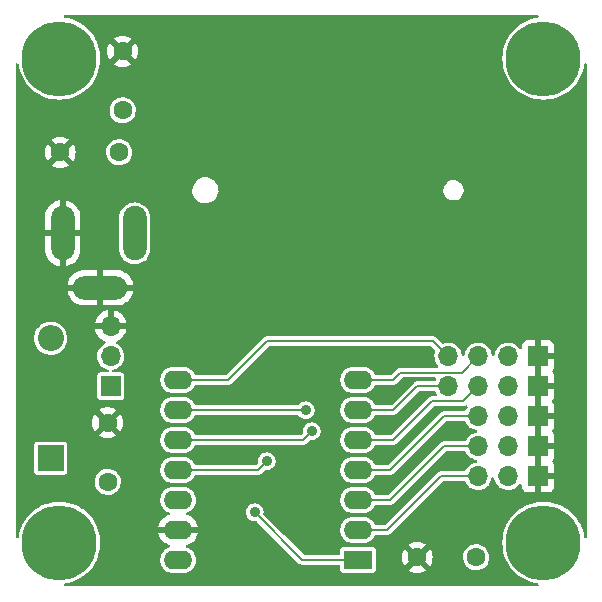
<source format=gbl>
%TF.GenerationSoftware,KiCad,Pcbnew,(6.0.1)*%
%TF.CreationDate,2022-07-24T11:57:43-04:00*%
%TF.ProjectId,QTPy49,51545079-3439-42e6-9b69-6361645f7063,rev?*%
%TF.SameCoordinates,PXfffe7320PYffff9cc8*%
%TF.FileFunction,Copper,L2,Bot*%
%TF.FilePolarity,Positive*%
%FSLAX46Y46*%
G04 Gerber Fmt 4.6, Leading zero omitted, Abs format (unit mm)*
G04 Created by KiCad (PCBNEW (6.0.1)) date 2022-07-24 11:57:43*
%MOMM*%
%LPD*%
G01*
G04 APERTURE LIST*
%TA.AperFunction,ComponentPad*%
%ADD10R,1.700000X1.700000*%
%TD*%
%TA.AperFunction,ComponentPad*%
%ADD11O,1.700000X1.700000*%
%TD*%
%TA.AperFunction,ComponentPad*%
%ADD12C,6.350000*%
%TD*%
%TA.AperFunction,ComponentPad*%
%ADD13C,1.600000*%
%TD*%
%TA.AperFunction,ComponentPad*%
%ADD14O,2.000000X4.600000*%
%TD*%
%TA.AperFunction,ComponentPad*%
%ADD15O,4.600000X2.000000*%
%TD*%
%TA.AperFunction,ComponentPad*%
%ADD16R,2.400000X1.600000*%
%TD*%
%TA.AperFunction,ComponentPad*%
%ADD17O,2.400000X1.600000*%
%TD*%
%TA.AperFunction,ComponentPad*%
%ADD18R,2.200000X2.200000*%
%TD*%
%TA.AperFunction,ComponentPad*%
%ADD19O,2.200000X2.200000*%
%TD*%
%TA.AperFunction,ViaPad*%
%ADD20C,0.889000*%
%TD*%
%TA.AperFunction,Conductor*%
%ADD21C,0.203200*%
%TD*%
G04 APERTURE END LIST*
D10*
%TO.P,J7,1,Pin_1*%
%TO.N,GND*%
X44648882Y-36855400D03*
D11*
%TO.P,J7,2,Pin_2*%
%TO.N,+3V3*%
X42108882Y-36855400D03*
%TO.P,J7,3,Pin_3*%
%TO.N,/AD2*%
X39568882Y-36855400D03*
%TD*%
D12*
%TO.P,MTG1,1*%
%TO.N,N/C*%
X4101600Y-4025400D03*
%TD*%
%TO.P,MTG2,1*%
%TO.N,N/C*%
X45101600Y-4025400D03*
%TD*%
%TO.P,MTG4,1*%
%TO.N,N/C*%
X45101600Y-45025400D03*
%TD*%
D10*
%TO.P,J8,1,Pin_1*%
%TO.N,GND*%
X44633882Y-39395400D03*
D11*
%TO.P,J8,2,Pin_2*%
%TO.N,+3V3*%
X42093882Y-39395400D03*
%TO.P,J8,3,Pin_3*%
%TO.N,/AD1*%
X39553882Y-39395400D03*
%TD*%
D13*
%TO.P,C5,1*%
%TO.N,+5V*%
X8204200Y-39863400D03*
%TO.P,C5,2*%
%TO.N,GND*%
X8204200Y-34863400D03*
%TD*%
D12*
%TO.P,MTG3,1*%
%TO.N,N/C*%
X4101600Y-45025400D03*
%TD*%
D14*
%TO.P,J1,1,1*%
%TO.N,/VIN*%
X10494200Y-18821400D03*
%TO.P,J1,2,2*%
%TO.N,GND*%
X4394200Y-18821400D03*
D15*
%TO.P,J1,3,3*%
X7594200Y-23421400D03*
%TD*%
D13*
%TO.P,C1,1*%
%TO.N,/VIN*%
X9180200Y-11963400D03*
%TO.P,C1,2*%
%TO.N,GND*%
X4180200Y-11963400D03*
%TD*%
D10*
%TO.P,J6,1,Pin_1*%
%TO.N,GND*%
X44633882Y-34315400D03*
D11*
%TO.P,J6,2,Pin_2*%
%TO.N,+3V3*%
X42093882Y-34315400D03*
%TO.P,J6,3,Pin_3*%
%TO.N,/AD3*%
X39553882Y-34315400D03*
%TD*%
D10*
%TO.P,J5,1,Pin_1*%
%TO.N,GND*%
X44638882Y-31775400D03*
D11*
%TO.P,J5,2,Pin_2*%
%TO.N,+3V3*%
X42098882Y-31775400D03*
%TO.P,J5,3,Pin_3*%
%TO.N,/D4_SDA*%
X39558882Y-31775400D03*
%TO.P,J5,4,Pin_4*%
%TO.N,/D5_SCL*%
X37018882Y-31775400D03*
%TD*%
D10*
%TO.P,J2,1,Pin_1*%
%TO.N,/VREG*%
X8458200Y-31760400D03*
D11*
%TO.P,J2,2,Pin_2*%
%TO.N,/VIN*%
X8458200Y-29220400D03*
%TO.P,J2,3,Pin_3*%
%TO.N,GND*%
X8458200Y-26680400D03*
%TD*%
D13*
%TO.P,C6,1*%
%TO.N,+3V3*%
X39406200Y-46253400D03*
%TO.P,C6,2*%
%TO.N,GND*%
X34406200Y-46253400D03*
%TD*%
D16*
%TO.P,BRD1,1,D0/A0/AOUT*%
%TO.N,/AD0*%
X29408882Y-46472682D03*
D17*
%TO.P,BRD1,2,D1/A1/AREF*%
%TO.N,/AD1*%
X29408882Y-43932682D03*
%TO.P,BRD1,3,D2/A2*%
%TO.N,/AD2*%
X29408882Y-41392682D03*
%TO.P,BRD1,4,D3/A3*%
%TO.N,/AD3*%
X29408882Y-38852682D03*
%TO.P,BRD1,5,D4/SDA*%
%TO.N,/D4_SDA*%
X29408882Y-36312682D03*
%TO.P,BRD1,6,D5/SCL*%
%TO.N,/D5_SCL*%
X29408882Y-33772682D03*
%TO.P,BRD1,7,D6/TX/A6*%
%TO.N,/AD6_TX*%
X29408882Y-31232682D03*
%TO.P,BRD1,8,D7/RX/A7*%
%TO.N,/AD7_RX*%
X14168882Y-31232682D03*
%TO.P,BRD1,9,D8/SCK/A8*%
%TO.N,/AD8_SCK*%
X14168882Y-33772682D03*
%TO.P,BRD1,10,D9/MISO/A9*%
%TO.N,/AD9_MISO*%
X14168882Y-36312682D03*
%TO.P,BRD1,11,D10/MOSI/A10*%
%TO.N,/AD10_MOSI*%
X14168882Y-38852682D03*
%TO.P,BRD1,12,3.3V*%
%TO.N,+3V3*%
X14168882Y-41392682D03*
%TO.P,BRD1,13,GND*%
%TO.N,GND*%
X14168882Y-43932682D03*
%TO.P,BRD1,14,5V*%
%TO.N,+5V*%
X14168882Y-46472682D03*
%TD*%
D13*
%TO.P,C4,1*%
%TO.N,/VREG*%
X9474200Y-8407400D03*
%TO.P,C4,2*%
%TO.N,GND*%
X9474200Y-3407400D03*
%TD*%
D10*
%TO.P,J4,1,Pin_1*%
%TO.N,GND*%
X44648882Y-29235400D03*
D11*
%TO.P,J4,2,Pin_2*%
%TO.N,+3V3*%
X42108882Y-29235400D03*
%TO.P,J4,3,Pin_3*%
%TO.N,/AD6_TX*%
X39568882Y-29235400D03*
%TO.P,J4,4,Pin_4*%
%TO.N,/AD7_RX*%
X37028882Y-29235400D03*
%TD*%
D18*
%TO.P,D1,1,K*%
%TO.N,+5V*%
X3378200Y-37871400D03*
D19*
%TO.P,D1,2,A*%
%TO.N,/VREG*%
X3378200Y-27711400D03*
%TD*%
D20*
%TO.N,/AD0*%
X20650200Y-42443400D03*
%TO.N,/AD8_SCK*%
X24968200Y-33807400D03*
%TO.N,/AD9_MISO*%
X25476200Y-35585400D03*
%TO.N,/AD10_MOSI*%
X21666200Y-38125400D03*
%TO.N,GND*%
X17856200Y-19583400D03*
X31826200Y-20345400D03*
X24206200Y-20345400D03*
%TD*%
D21*
%TO.N,/AD0*%
X29408882Y-46472682D02*
X24679482Y-46472682D01*
X24679482Y-46472682D02*
X20650200Y-42443400D01*
%TO.N,/AD1*%
X31860918Y-43932682D02*
X36398200Y-39395400D01*
X36398200Y-39395400D02*
X39553882Y-39395400D01*
X29408882Y-43932682D02*
X31860918Y-43932682D01*
%TO.N,/AD2*%
X32114918Y-41392682D02*
X36652200Y-36855400D01*
X29408882Y-41392682D02*
X32114918Y-41392682D01*
X36652200Y-36855400D02*
X39568882Y-36855400D01*
%TO.N,/AD3*%
X29408882Y-38852682D02*
X32114918Y-38852682D01*
X32114918Y-38852682D02*
X36652200Y-34315400D01*
X36652200Y-34315400D02*
X39553882Y-34315400D01*
%TO.N,/D4_SDA*%
X29408882Y-36312682D02*
X32368918Y-36312682D01*
X35636200Y-33045400D02*
X38288882Y-33045400D01*
X32368918Y-36312682D02*
X35636200Y-33045400D01*
X38288882Y-33045400D02*
X39558882Y-31775400D01*
%TO.N,/D5_SCL*%
X34366200Y-31775400D02*
X37018882Y-31775400D01*
X32368918Y-33772682D02*
X34366200Y-31775400D01*
X29408882Y-33772682D02*
X32368918Y-33772682D01*
%TO.N,/AD6_TX*%
X32368918Y-31232682D02*
X32980511Y-30621089D01*
X32980511Y-30621089D02*
X38183193Y-30621089D01*
X29408882Y-31232682D02*
X32368918Y-31232682D01*
X38183193Y-30621089D02*
X39568882Y-29235400D01*
%TO.N,/AD7_RX*%
X35758882Y-27965400D02*
X37028882Y-29235400D01*
X21666200Y-27965400D02*
X35758882Y-27965400D01*
X18398918Y-31232682D02*
X21666200Y-27965400D01*
X14168882Y-31232682D02*
X18398918Y-31232682D01*
%TO.N,/AD8_SCK*%
X24933482Y-33772682D02*
X14168882Y-33772682D01*
X24968200Y-33807400D02*
X24933482Y-33772682D01*
%TO.N,/AD9_MISO*%
X24748918Y-36312682D02*
X25476200Y-35585400D01*
X14168882Y-36312682D02*
X24748918Y-36312682D01*
%TO.N,/AD10_MOSI*%
X14168882Y-38852682D02*
X20938918Y-38852682D01*
X20938918Y-38852682D02*
X21666200Y-38125400D01*
%TD*%
%TA.AperFunction,Conductor*%
%TO.N,GND*%
G36*
X44651659Y-350202D02*
G01*
X44698152Y-403858D01*
X44708256Y-474132D01*
X44678762Y-538712D01*
X44619036Y-577096D01*
X44603250Y-580649D01*
X44377012Y-616481D01*
X44024652Y-710896D01*
X43684092Y-841625D01*
X43681152Y-843123D01*
X43362003Y-1005737D01*
X43361996Y-1005741D01*
X43359062Y-1007236D01*
X43053124Y-1205914D01*
X42769629Y-1435484D01*
X42511684Y-1693429D01*
X42282114Y-1976924D01*
X42280312Y-1979699D01*
X42093097Y-2267986D01*
X42083436Y-2282862D01*
X42081941Y-2285796D01*
X42081937Y-2285803D01*
X42057464Y-2333834D01*
X41917825Y-2607892D01*
X41787096Y-2948452D01*
X41692681Y-3300812D01*
X41676269Y-3404435D01*
X41638847Y-3640712D01*
X41635616Y-3661110D01*
X41616524Y-4025400D01*
X41635616Y-4389690D01*
X41636129Y-4392930D01*
X41636130Y-4392938D01*
X41656849Y-4523751D01*
X41692681Y-4749988D01*
X41787096Y-5102348D01*
X41917825Y-5442908D01*
X42083436Y-5767938D01*
X42282114Y-6073876D01*
X42511684Y-6357371D01*
X42769629Y-6615316D01*
X43053124Y-6844886D01*
X43359062Y-7043564D01*
X43361996Y-7045059D01*
X43362003Y-7045063D01*
X43681152Y-7207677D01*
X43684092Y-7209175D01*
X43891303Y-7288716D01*
X44017582Y-7337190D01*
X44024652Y-7339904D01*
X44377012Y-7434319D01*
X44568587Y-7464661D01*
X44734062Y-7490870D01*
X44734070Y-7490871D01*
X44737310Y-7491384D01*
X45101600Y-7510476D01*
X45465890Y-7491384D01*
X45469130Y-7490871D01*
X45469138Y-7490870D01*
X45634613Y-7464661D01*
X45826188Y-7434319D01*
X46178548Y-7339904D01*
X46185619Y-7337190D01*
X46311897Y-7288716D01*
X46519108Y-7209175D01*
X46522048Y-7207677D01*
X46841197Y-7045063D01*
X46841204Y-7045059D01*
X46844138Y-7043564D01*
X47150076Y-6844886D01*
X47433571Y-6615316D01*
X47691516Y-6357371D01*
X47921086Y-6073876D01*
X48119764Y-5767938D01*
X48285375Y-5442908D01*
X48416104Y-5102348D01*
X48510519Y-4749988D01*
X48546351Y-4523751D01*
X48576763Y-4459598D01*
X48637031Y-4422071D01*
X48708021Y-4423085D01*
X48767193Y-4462318D01*
X48795761Y-4527313D01*
X48796800Y-4543462D01*
X48796800Y-44507338D01*
X48776798Y-44575459D01*
X48723142Y-44621952D01*
X48652868Y-44632056D01*
X48588288Y-44602562D01*
X48549904Y-44542836D01*
X48546351Y-44527049D01*
X48539012Y-44480712D01*
X48510519Y-44300812D01*
X48416104Y-43948452D01*
X48285375Y-43607892D01*
X48242071Y-43522903D01*
X48121263Y-43285803D01*
X48121259Y-43285796D01*
X48119764Y-43282862D01*
X48066362Y-43200629D01*
X47937392Y-43002033D01*
X47921086Y-42976924D01*
X47691516Y-42693429D01*
X47433571Y-42435484D01*
X47150076Y-42205914D01*
X46890668Y-42037453D01*
X46846907Y-42009034D01*
X46846904Y-42009032D01*
X46844138Y-42007236D01*
X46841204Y-42005741D01*
X46841197Y-42005737D01*
X46522048Y-41843123D01*
X46519108Y-41841625D01*
X46229558Y-41730477D01*
X46181638Y-41712082D01*
X46181636Y-41712081D01*
X46178548Y-41710896D01*
X45826188Y-41616481D01*
X45634613Y-41586139D01*
X45469138Y-41559930D01*
X45469130Y-41559929D01*
X45465890Y-41559416D01*
X45101600Y-41540324D01*
X44737310Y-41559416D01*
X44734070Y-41559929D01*
X44734062Y-41559930D01*
X44568587Y-41586139D01*
X44377012Y-41616481D01*
X44024652Y-41710896D01*
X44021564Y-41712081D01*
X44021562Y-41712082D01*
X43973642Y-41730477D01*
X43684092Y-41841625D01*
X43681152Y-41843123D01*
X43362003Y-42005737D01*
X43361996Y-42005741D01*
X43359062Y-42007236D01*
X43356296Y-42009032D01*
X43356293Y-42009034D01*
X43312532Y-42037453D01*
X43053124Y-42205914D01*
X42769629Y-42435484D01*
X42511684Y-42693429D01*
X42282114Y-42976924D01*
X42265808Y-43002033D01*
X42136839Y-43200629D01*
X42083436Y-43282862D01*
X42081941Y-43285796D01*
X42081937Y-43285803D01*
X41961129Y-43522903D01*
X41917825Y-43607892D01*
X41787096Y-43948452D01*
X41692681Y-44300812D01*
X41664188Y-44480712D01*
X41636852Y-44653307D01*
X41635616Y-44661110D01*
X41616524Y-45025400D01*
X41635616Y-45389690D01*
X41636129Y-45392930D01*
X41636130Y-45392938D01*
X41662339Y-45558413D01*
X41692681Y-45749988D01*
X41787096Y-46102348D01*
X41917825Y-46442908D01*
X41919323Y-46445848D01*
X42063960Y-46729714D01*
X42083436Y-46767938D01*
X42085232Y-46770704D01*
X42085234Y-46770707D01*
X42155938Y-46879581D01*
X42282114Y-47073876D01*
X42511684Y-47357371D01*
X42769629Y-47615316D01*
X43053124Y-47844886D01*
X43359062Y-48043564D01*
X43361996Y-48045059D01*
X43362003Y-48045063D01*
X43681152Y-48207677D01*
X43684092Y-48209175D01*
X44024652Y-48339904D01*
X44377012Y-48434319D01*
X44603249Y-48470151D01*
X44667402Y-48500563D01*
X44704929Y-48560831D01*
X44703915Y-48631821D01*
X44664682Y-48690993D01*
X44599687Y-48719561D01*
X44583538Y-48720600D01*
X4619662Y-48720600D01*
X4551541Y-48700598D01*
X4505048Y-48646942D01*
X4494944Y-48576668D01*
X4524438Y-48512088D01*
X4584164Y-48473704D01*
X4599951Y-48470151D01*
X4826188Y-48434319D01*
X5178548Y-48339904D01*
X5519108Y-48209175D01*
X5522048Y-48207677D01*
X5841197Y-48045063D01*
X5841204Y-48045059D01*
X5844138Y-48043564D01*
X6150076Y-47844886D01*
X6433571Y-47615316D01*
X6691516Y-47357371D01*
X6921086Y-47073876D01*
X7047262Y-46879581D01*
X7117966Y-46770707D01*
X7117968Y-46770704D01*
X7119764Y-46767938D01*
X7139241Y-46729714D01*
X7283877Y-46445848D01*
X7285375Y-46442908D01*
X7416104Y-46102348D01*
X7510519Y-45749988D01*
X7540861Y-45558413D01*
X7567070Y-45392938D01*
X7567071Y-45392930D01*
X7567584Y-45389690D01*
X7586676Y-45025400D01*
X7567584Y-44661110D01*
X7566349Y-44653307D01*
X7539012Y-44480712D01*
X7510519Y-44300812D01*
X7483293Y-44199204D01*
X12486155Y-44199204D01*
X12533646Y-44376443D01*
X12537392Y-44386735D01*
X12629468Y-44584193D01*
X12634951Y-44593689D01*
X12759910Y-44772149D01*
X12766966Y-44780557D01*
X12921007Y-44934598D01*
X12929415Y-44941654D01*
X13107875Y-45066613D01*
X13117371Y-45072096D01*
X13314829Y-45164172D01*
X13325121Y-45167918D01*
X13395683Y-45186825D01*
X13456306Y-45223777D01*
X13487327Y-45287638D01*
X13478899Y-45358132D01*
X13433696Y-45412879D01*
X13398541Y-45429437D01*
X13356542Y-45441758D01*
X13351215Y-45444502D01*
X13351214Y-45444502D01*
X13174369Y-45535583D01*
X13174366Y-45535585D01*
X13169038Y-45538329D01*
X13003178Y-45668614D01*
X12999246Y-45673145D01*
X12999243Y-45673148D01*
X12932870Y-45749637D01*
X12864947Y-45827911D01*
X12861947Y-45833097D01*
X12861944Y-45833101D01*
X12829611Y-45888992D01*
X12759332Y-46010474D01*
X12690144Y-46209714D01*
X12689284Y-46215647D01*
X12689283Y-46215650D01*
X12674854Y-46315169D01*
X12659880Y-46418443D01*
X12669631Y-46629129D01*
X12671035Y-46634954D01*
X12717203Y-46826520D01*
X12719046Y-46834169D01*
X12721528Y-46839627D01*
X12721529Y-46839631D01*
X12739694Y-46879582D01*
X12806342Y-47026167D01*
X12928369Y-47198193D01*
X13080724Y-47344041D01*
X13257909Y-47458448D01*
X13263475Y-47460691D01*
X13447963Y-47535042D01*
X13447966Y-47535043D01*
X13453532Y-47537286D01*
X13557208Y-47557533D01*
X13656087Y-47576843D01*
X13656090Y-47576843D01*
X13660533Y-47577711D01*
X13666074Y-47577982D01*
X14621581Y-47577982D01*
X14778840Y-47562978D01*
X14981222Y-47503606D01*
X15010288Y-47488636D01*
X15163395Y-47409781D01*
X15163398Y-47409779D01*
X15168726Y-47407035D01*
X15334586Y-47276750D01*
X15338518Y-47272219D01*
X15338521Y-47272216D01*
X15468886Y-47121983D01*
X15472817Y-47117453D01*
X15475817Y-47112267D01*
X15475820Y-47112263D01*
X15575426Y-46940086D01*
X15578432Y-46934890D01*
X15647620Y-46735650D01*
X15651709Y-46707453D01*
X15677023Y-46532861D01*
X15677023Y-46532858D01*
X15677884Y-46526921D01*
X15668133Y-46316235D01*
X15656078Y-46266212D01*
X15620124Y-46117028D01*
X15620123Y-46117026D01*
X15618718Y-46111195D01*
X15616101Y-46105438D01*
X15533902Y-45924652D01*
X15531422Y-45919197D01*
X15409395Y-45747171D01*
X15257040Y-45601323D01*
X15079855Y-45486916D01*
X14927362Y-45425460D01*
X14871656Y-45381445D01*
X14848589Y-45314300D01*
X14865486Y-45245343D01*
X14916981Y-45196468D01*
X14941849Y-45186887D01*
X15012643Y-45167918D01*
X15022935Y-45164172D01*
X15220393Y-45072096D01*
X15229889Y-45066613D01*
X15408349Y-44941654D01*
X15416757Y-44934598D01*
X15570798Y-44780557D01*
X15577854Y-44772149D01*
X15702813Y-44593689D01*
X15708296Y-44584193D01*
X15800372Y-44386735D01*
X15804118Y-44376443D01*
X15850276Y-44204179D01*
X15849940Y-44190083D01*
X15841998Y-44186682D01*
X12500915Y-44186682D01*
X12487384Y-44190655D01*
X12486155Y-44199204D01*
X7483293Y-44199204D01*
X7416104Y-43948452D01*
X7305832Y-43661185D01*
X12487488Y-43661185D01*
X12487824Y-43675281D01*
X12495766Y-43678682D01*
X15836849Y-43678682D01*
X15850380Y-43674709D01*
X15851609Y-43666160D01*
X15804118Y-43488921D01*
X15800372Y-43478629D01*
X15708296Y-43281171D01*
X15702813Y-43271675D01*
X15577854Y-43093215D01*
X15570798Y-43084807D01*
X15416757Y-42930766D01*
X15408349Y-42923710D01*
X15229889Y-42798751D01*
X15220393Y-42793268D01*
X15022935Y-42701192D01*
X15012643Y-42697446D01*
X14942081Y-42678539D01*
X14881458Y-42641587D01*
X14850437Y-42577726D01*
X14858865Y-42507232D01*
X14904068Y-42452485D01*
X14939223Y-42435927D01*
X14947840Y-42433399D01*
X14949660Y-42432865D01*
X19895730Y-42432865D01*
X19912145Y-42600279D01*
X19965242Y-42759895D01*
X19968891Y-42765920D01*
X20016224Y-42844075D01*
X20052383Y-42903781D01*
X20169236Y-43024786D01*
X20175128Y-43028641D01*
X20175132Y-43028645D01*
X20273806Y-43093215D01*
X20309993Y-43116895D01*
X20316597Y-43119351D01*
X20316599Y-43119352D01*
X20413383Y-43155346D01*
X20467659Y-43175531D01*
X20545336Y-43185895D01*
X20627417Y-43196848D01*
X20627421Y-43196848D01*
X20634398Y-43197779D01*
X20641409Y-43197141D01*
X20641413Y-43197141D01*
X20735040Y-43188620D01*
X20754112Y-43186884D01*
X20823765Y-43200629D01*
X20854627Y-43223270D01*
X24414404Y-46783048D01*
X24414408Y-46783051D01*
X24437331Y-46805974D01*
X24457387Y-46816193D01*
X24474230Y-46826515D01*
X24492450Y-46839752D01*
X24513859Y-46846708D01*
X24532122Y-46854273D01*
X24552176Y-46864491D01*
X24561968Y-46866042D01*
X24574412Y-46868013D01*
X24593631Y-46872627D01*
X24615035Y-46879581D01*
X24647454Y-46879581D01*
X24647458Y-46879582D01*
X27777582Y-46879582D01*
X27845703Y-46899584D01*
X27892196Y-46953240D01*
X27903582Y-47005582D01*
X27903582Y-47318040D01*
X27904644Y-47326966D01*
X27905567Y-47334722D01*
X27906749Y-47344660D01*
X27952918Y-47448601D01*
X27989271Y-47484890D01*
X28025177Y-47520734D01*
X28025179Y-47520735D01*
X28033410Y-47528952D01*
X28137431Y-47574940D01*
X28163524Y-47577982D01*
X30654240Y-47577982D01*
X30665134Y-47576686D01*
X30671475Y-47575932D01*
X30671478Y-47575931D01*
X30680860Y-47574815D01*
X30784801Y-47528646D01*
X30852637Y-47460691D01*
X30856934Y-47456387D01*
X30856935Y-47456385D01*
X30865152Y-47448154D01*
X30911140Y-47344133D01*
X30911685Y-47339462D01*
X33684693Y-47339462D01*
X33693989Y-47351477D01*
X33745194Y-47387331D01*
X33754689Y-47392814D01*
X33952147Y-47484890D01*
X33962439Y-47488636D01*
X34172888Y-47545025D01*
X34183681Y-47546928D01*
X34400725Y-47565917D01*
X34411675Y-47565917D01*
X34628719Y-47546928D01*
X34639512Y-47545025D01*
X34849961Y-47488636D01*
X34860253Y-47484890D01*
X35057711Y-47392814D01*
X35067206Y-47387331D01*
X35119248Y-47350891D01*
X35127624Y-47340412D01*
X35120556Y-47326966D01*
X34419012Y-46625422D01*
X34405068Y-46617808D01*
X34403235Y-46617939D01*
X34396620Y-46622190D01*
X33691123Y-47327687D01*
X33684693Y-47339462D01*
X30911685Y-47339462D01*
X30914182Y-47318040D01*
X30914182Y-46258875D01*
X33093683Y-46258875D01*
X33112672Y-46475919D01*
X33114575Y-46486712D01*
X33170964Y-46697161D01*
X33174710Y-46707453D01*
X33266786Y-46904911D01*
X33272269Y-46914406D01*
X33308709Y-46966448D01*
X33319188Y-46974824D01*
X33332634Y-46967756D01*
X34034178Y-46266212D01*
X34040556Y-46254532D01*
X34770608Y-46254532D01*
X34770739Y-46256365D01*
X34774990Y-46262980D01*
X35480487Y-46968477D01*
X35492262Y-46974907D01*
X35504277Y-46965611D01*
X35540131Y-46914406D01*
X35545614Y-46904911D01*
X35637690Y-46707453D01*
X35641436Y-46697161D01*
X35697825Y-46486712D01*
X35699728Y-46475919D01*
X35718717Y-46258875D01*
X35718717Y-46247925D01*
X35716654Y-46224343D01*
X38296545Y-46224343D01*
X38309831Y-46427048D01*
X38311252Y-46432644D01*
X38311253Y-46432649D01*
X38335196Y-46526921D01*
X38359835Y-46623937D01*
X38444881Y-46808417D01*
X38562123Y-46974310D01*
X38566257Y-46978337D01*
X38668916Y-47078343D01*
X38707632Y-47116059D01*
X38712428Y-47119264D01*
X38712431Y-47119266D01*
X38830554Y-47198193D01*
X38876537Y-47228918D01*
X38881840Y-47231196D01*
X38881843Y-47231198D01*
X39040847Y-47299511D01*
X39063180Y-47309106D01*
X39135581Y-47325488D01*
X39255674Y-47352663D01*
X39255679Y-47352664D01*
X39261311Y-47353938D01*
X39267082Y-47354165D01*
X39267084Y-47354165D01*
X39326001Y-47356480D01*
X39464295Y-47361914D01*
X39586929Y-47344133D01*
X39659611Y-47333595D01*
X39659615Y-47333594D01*
X39665333Y-47332765D01*
X39670805Y-47330907D01*
X39670807Y-47330907D01*
X39852228Y-47269322D01*
X39852230Y-47269321D01*
X39857692Y-47267467D01*
X40034931Y-47168209D01*
X40191113Y-47038313D01*
X40321009Y-46882131D01*
X40324153Y-46876518D01*
X40376502Y-46783040D01*
X40420267Y-46704892D01*
X40422122Y-46699428D01*
X40483707Y-46518007D01*
X40483707Y-46518005D01*
X40485565Y-46512533D01*
X40496108Y-46439823D01*
X40513158Y-46322224D01*
X40514714Y-46311495D01*
X40516235Y-46253400D01*
X40497647Y-46051112D01*
X40442507Y-45855599D01*
X40352660Y-45673408D01*
X40253928Y-45541189D01*
X40234570Y-45515266D01*
X40234569Y-45515265D01*
X40231117Y-45510642D01*
X40226881Y-45506726D01*
X40086186Y-45376669D01*
X40086183Y-45376667D01*
X40081946Y-45372750D01*
X39989308Y-45314300D01*
X39915029Y-45267433D01*
X39915024Y-45267431D01*
X39910145Y-45264352D01*
X39721467Y-45189077D01*
X39522230Y-45149446D01*
X39516455Y-45149370D01*
X39516451Y-45149370D01*
X39414962Y-45148042D01*
X39319108Y-45146787D01*
X39313411Y-45147766D01*
X39313410Y-45147766D01*
X39124599Y-45180210D01*
X39118902Y-45181189D01*
X38928318Y-45251499D01*
X38753738Y-45355363D01*
X38601009Y-45489302D01*
X38475246Y-45648832D01*
X38472557Y-45653943D01*
X38472555Y-45653946D01*
X38462316Y-45673408D01*
X38380661Y-45828608D01*
X38320422Y-46022611D01*
X38296545Y-46224343D01*
X35716654Y-46224343D01*
X35699728Y-46030881D01*
X35697825Y-46020088D01*
X35641436Y-45809639D01*
X35637690Y-45799347D01*
X35545614Y-45601889D01*
X35540131Y-45592394D01*
X35503691Y-45540352D01*
X35493212Y-45531976D01*
X35479766Y-45539044D01*
X34778222Y-46240588D01*
X34770608Y-46254532D01*
X34040556Y-46254532D01*
X34041792Y-46252268D01*
X34041661Y-46250435D01*
X34037410Y-46243820D01*
X33331913Y-45538323D01*
X33320138Y-45531893D01*
X33308123Y-45541189D01*
X33272269Y-45592394D01*
X33266786Y-45601889D01*
X33174710Y-45799347D01*
X33170964Y-45809639D01*
X33114575Y-46020088D01*
X33112672Y-46030881D01*
X33093683Y-46247925D01*
X33093683Y-46258875D01*
X30914182Y-46258875D01*
X30914182Y-45627324D01*
X30912886Y-45616430D01*
X30912132Y-45610089D01*
X30912131Y-45610086D01*
X30911015Y-45600704D01*
X30864846Y-45496763D01*
X30824696Y-45456684D01*
X30792587Y-45424630D01*
X30792585Y-45424629D01*
X30784354Y-45416412D01*
X30680333Y-45370424D01*
X30654240Y-45367382D01*
X28163524Y-45367382D01*
X28152630Y-45368678D01*
X28146289Y-45369432D01*
X28146286Y-45369433D01*
X28136904Y-45370549D01*
X28032963Y-45416718D01*
X28009650Y-45440072D01*
X27960830Y-45488977D01*
X27960829Y-45488979D01*
X27952612Y-45497210D01*
X27906624Y-45601231D01*
X27903582Y-45627324D01*
X27903582Y-45939782D01*
X27883580Y-46007903D01*
X27829924Y-46054396D01*
X27777582Y-46065782D01*
X24900216Y-46065782D01*
X24832095Y-46045780D01*
X24811121Y-46028877D01*
X23948632Y-45166388D01*
X33684776Y-45166388D01*
X33691844Y-45179834D01*
X34393388Y-45881378D01*
X34407332Y-45888992D01*
X34409165Y-45888861D01*
X34415780Y-45884610D01*
X35121277Y-45179113D01*
X35127707Y-45167338D01*
X35118411Y-45155323D01*
X35067206Y-45119469D01*
X35057711Y-45113986D01*
X34860253Y-45021910D01*
X34849961Y-45018164D01*
X34639512Y-44961775D01*
X34628719Y-44959872D01*
X34411675Y-44940883D01*
X34400725Y-44940883D01*
X34183681Y-44959872D01*
X34172888Y-44961775D01*
X33962439Y-45018164D01*
X33952147Y-45021910D01*
X33754689Y-45113986D01*
X33745194Y-45119469D01*
X33693152Y-45155909D01*
X33684776Y-45166388D01*
X23948632Y-45166388D01*
X23121826Y-44339582D01*
X21429435Y-42647192D01*
X21395409Y-42584880D01*
X21393756Y-42540561D01*
X21403899Y-42468391D01*
X21403899Y-42468386D01*
X21404450Y-42464468D01*
X21404744Y-42443400D01*
X21385993Y-42276232D01*
X21330672Y-42117372D01*
X21321052Y-42101976D01*
X21245264Y-41980691D01*
X21241531Y-41974717D01*
X21228484Y-41961578D01*
X21127962Y-41860352D01*
X21123000Y-41855355D01*
X21112689Y-41848811D01*
X21011336Y-41784491D01*
X20980970Y-41765220D01*
X20928460Y-41746522D01*
X20829136Y-41711154D01*
X20829131Y-41711153D01*
X20822501Y-41708792D01*
X20815513Y-41707959D01*
X20815510Y-41707958D01*
X20723376Y-41696972D01*
X20655468Y-41688874D01*
X20648466Y-41689610D01*
X20648464Y-41689610D01*
X20495173Y-41705722D01*
X20495171Y-41705722D01*
X20488173Y-41706458D01*
X20430845Y-41725974D01*
X20335601Y-41758397D01*
X20335598Y-41758398D01*
X20328931Y-41760668D01*
X20322932Y-41764358D01*
X20322931Y-41764359D01*
X20297523Y-41779990D01*
X20185656Y-41848811D01*
X20065470Y-41966506D01*
X19974346Y-42107903D01*
X19971935Y-42114526D01*
X19971934Y-42114529D01*
X19919223Y-42259352D01*
X19919222Y-42259357D01*
X19916813Y-42265975D01*
X19895730Y-42432865D01*
X14949660Y-42432865D01*
X14981222Y-42423606D01*
X15075218Y-42375195D01*
X15163395Y-42329781D01*
X15163398Y-42329779D01*
X15168726Y-42327035D01*
X15334586Y-42196750D01*
X15338518Y-42192219D01*
X15338521Y-42192216D01*
X15468886Y-42041983D01*
X15472817Y-42037453D01*
X15475817Y-42032267D01*
X15475820Y-42032263D01*
X15575426Y-41860086D01*
X15578432Y-41854890D01*
X15647620Y-41655650D01*
X15653176Y-41617336D01*
X15677023Y-41452861D01*
X15677023Y-41452858D01*
X15677884Y-41446921D01*
X15668133Y-41236235D01*
X15642462Y-41129714D01*
X15620124Y-41037028D01*
X15620123Y-41037026D01*
X15618718Y-41031195D01*
X15591662Y-40971687D01*
X15548822Y-40877467D01*
X15531422Y-40839197D01*
X15409395Y-40667171D01*
X15257040Y-40521323D01*
X15079855Y-40406916D01*
X14970895Y-40363004D01*
X14889801Y-40330322D01*
X14889798Y-40330321D01*
X14884232Y-40328078D01*
X14752673Y-40302386D01*
X14681677Y-40288521D01*
X14681674Y-40288521D01*
X14677231Y-40287653D01*
X14671690Y-40287382D01*
X13716183Y-40287382D01*
X13558924Y-40302386D01*
X13356542Y-40361758D01*
X13351215Y-40364502D01*
X13351214Y-40364502D01*
X13174369Y-40455583D01*
X13174366Y-40455585D01*
X13169038Y-40458329D01*
X13003178Y-40588614D01*
X12999246Y-40593145D01*
X12999243Y-40593148D01*
X12930770Y-40672057D01*
X12864947Y-40747911D01*
X12861947Y-40753097D01*
X12861944Y-40753101D01*
X12847419Y-40778209D01*
X12759332Y-40930474D01*
X12690144Y-41129714D01*
X12659880Y-41338443D01*
X12669631Y-41549129D01*
X12671035Y-41554954D01*
X12707548Y-41706458D01*
X12719046Y-41754169D01*
X12721528Y-41759627D01*
X12721529Y-41759631D01*
X12736532Y-41792628D01*
X12806342Y-41946167D01*
X12871096Y-42037453D01*
X12923548Y-42111396D01*
X12928369Y-42118193D01*
X13080724Y-42264041D01*
X13257909Y-42378448D01*
X13405251Y-42437828D01*
X13410402Y-42439904D01*
X13466108Y-42483919D01*
X13489175Y-42551064D01*
X13472278Y-42620021D01*
X13420783Y-42668896D01*
X13395915Y-42678477D01*
X13325121Y-42697446D01*
X13314829Y-42701192D01*
X13117371Y-42793268D01*
X13107875Y-42798751D01*
X12929415Y-42923710D01*
X12921007Y-42930766D01*
X12766966Y-43084807D01*
X12759910Y-43093215D01*
X12634951Y-43271675D01*
X12629468Y-43281171D01*
X12537392Y-43478629D01*
X12533646Y-43488921D01*
X12487488Y-43661185D01*
X7305832Y-43661185D01*
X7285375Y-43607892D01*
X7242071Y-43522903D01*
X7121263Y-43285803D01*
X7121259Y-43285796D01*
X7119764Y-43282862D01*
X7066362Y-43200629D01*
X6937392Y-43002033D01*
X6921086Y-42976924D01*
X6691516Y-42693429D01*
X6433571Y-42435484D01*
X6150076Y-42205914D01*
X5890668Y-42037453D01*
X5846907Y-42009034D01*
X5846904Y-42009032D01*
X5844138Y-42007236D01*
X5841204Y-42005741D01*
X5841197Y-42005737D01*
X5522048Y-41843123D01*
X5519108Y-41841625D01*
X5229558Y-41730477D01*
X5181638Y-41712082D01*
X5181636Y-41712081D01*
X5178548Y-41710896D01*
X4826188Y-41616481D01*
X4634613Y-41586139D01*
X4469138Y-41559930D01*
X4469130Y-41559929D01*
X4465890Y-41559416D01*
X4101600Y-41540324D01*
X3737310Y-41559416D01*
X3734070Y-41559929D01*
X3734062Y-41559930D01*
X3568587Y-41586139D01*
X3377012Y-41616481D01*
X3024652Y-41710896D01*
X3021564Y-41712081D01*
X3021562Y-41712082D01*
X2973642Y-41730477D01*
X2684092Y-41841625D01*
X2681152Y-41843123D01*
X2362003Y-42005737D01*
X2361996Y-42005741D01*
X2359062Y-42007236D01*
X2356296Y-42009032D01*
X2356293Y-42009034D01*
X2312532Y-42037453D01*
X2053124Y-42205914D01*
X1769629Y-42435484D01*
X1511684Y-42693429D01*
X1282114Y-42976924D01*
X1265808Y-43002033D01*
X1136839Y-43200629D01*
X1083436Y-43282862D01*
X1081941Y-43285796D01*
X1081937Y-43285803D01*
X961129Y-43522903D01*
X917825Y-43607892D01*
X787096Y-43948452D01*
X692681Y-44300812D01*
X664188Y-44480712D01*
X656849Y-44527049D01*
X626437Y-44591202D01*
X566169Y-44628729D01*
X495179Y-44627715D01*
X436007Y-44588482D01*
X407439Y-44523487D01*
X406400Y-44507338D01*
X406400Y-39834343D01*
X7094545Y-39834343D01*
X7107831Y-40037048D01*
X7109252Y-40042644D01*
X7109253Y-40042649D01*
X7130932Y-40128007D01*
X7157835Y-40233937D01*
X7242881Y-40418417D01*
X7360123Y-40584310D01*
X7505632Y-40726059D01*
X7510428Y-40729264D01*
X7510431Y-40729266D01*
X7648575Y-40821571D01*
X7674537Y-40838918D01*
X7679840Y-40841196D01*
X7679843Y-40841198D01*
X7764262Y-40877467D01*
X7861180Y-40919106D01*
X7888457Y-40925278D01*
X8053674Y-40962663D01*
X8053679Y-40962664D01*
X8059311Y-40963938D01*
X8065082Y-40964165D01*
X8065084Y-40964165D01*
X8124001Y-40966480D01*
X8262295Y-40971914D01*
X8380321Y-40954801D01*
X8457611Y-40943595D01*
X8457615Y-40943594D01*
X8463333Y-40942765D01*
X8468805Y-40940907D01*
X8468807Y-40940907D01*
X8650228Y-40879322D01*
X8650230Y-40879321D01*
X8655692Y-40877467D01*
X8832931Y-40778209D01*
X8863207Y-40753029D01*
X8928501Y-40698724D01*
X8989113Y-40648313D01*
X9092844Y-40523591D01*
X9115318Y-40496569D01*
X9119009Y-40492131D01*
X9218267Y-40314892D01*
X9223224Y-40300290D01*
X9281707Y-40128007D01*
X9281707Y-40128005D01*
X9283565Y-40122533D01*
X9287248Y-40097136D01*
X9305641Y-39970279D01*
X9312714Y-39921495D01*
X9314235Y-39863400D01*
X9295647Y-39661112D01*
X9240507Y-39465599D01*
X9150660Y-39283408D01*
X9077903Y-39185974D01*
X9032570Y-39125266D01*
X9032569Y-39125265D01*
X9029117Y-39120642D01*
X9010932Y-39103832D01*
X8884186Y-38986669D01*
X8884183Y-38986667D01*
X8879946Y-38982750D01*
X8782343Y-38921167D01*
X8713029Y-38877433D01*
X8713024Y-38877431D01*
X8708145Y-38874352D01*
X8601980Y-38831996D01*
X8524836Y-38801219D01*
X8519467Y-38799077D01*
X8516280Y-38798443D01*
X12659880Y-38798443D01*
X12669631Y-39009129D01*
X12675490Y-39033440D01*
X12713153Y-39189715D01*
X12719046Y-39214169D01*
X12721528Y-39219627D01*
X12721529Y-39219631D01*
X12736532Y-39252628D01*
X12806342Y-39406167D01*
X12928369Y-39578193D01*
X13080724Y-39724041D01*
X13257909Y-39838448D01*
X13263475Y-39840691D01*
X13447963Y-39915042D01*
X13447966Y-39915043D01*
X13453532Y-39917286D01*
X13557208Y-39937533D01*
X13656087Y-39956843D01*
X13656090Y-39956843D01*
X13660533Y-39957711D01*
X13666074Y-39957982D01*
X14621581Y-39957982D01*
X14778840Y-39942978D01*
X14981222Y-39883606D01*
X15013263Y-39867104D01*
X15163395Y-39789781D01*
X15163398Y-39789779D01*
X15168726Y-39787035D01*
X15334586Y-39656750D01*
X15338518Y-39652219D01*
X15338521Y-39652216D01*
X15468886Y-39501983D01*
X15472817Y-39497453D01*
X15475817Y-39492267D01*
X15475820Y-39492263D01*
X15574037Y-39322487D01*
X15625462Y-39273538D01*
X15683101Y-39259582D01*
X21003364Y-39259582D01*
X21024766Y-39252628D01*
X21043992Y-39248012D01*
X21056431Y-39246042D01*
X21066224Y-39244491D01*
X21086277Y-39234274D01*
X21104538Y-39226710D01*
X21116515Y-39222818D01*
X21116517Y-39222817D01*
X21125950Y-39219752D01*
X21144159Y-39206522D01*
X21161014Y-39196192D01*
X21181069Y-39185974D01*
X21462435Y-38904608D01*
X21524747Y-38870582D01*
X21568193Y-38868810D01*
X21604172Y-38873611D01*
X21643418Y-38878848D01*
X21643421Y-38878848D01*
X21650398Y-38879779D01*
X21657409Y-38879141D01*
X21657413Y-38879141D01*
X21810901Y-38865172D01*
X21817922Y-38864533D01*
X21824624Y-38862355D01*
X21824626Y-38862355D01*
X21971205Y-38814728D01*
X21977905Y-38812551D01*
X21983956Y-38808944D01*
X22116345Y-38730025D01*
X22116347Y-38730024D01*
X22122397Y-38726417D01*
X22244214Y-38610412D01*
X22337304Y-38470300D01*
X22377421Y-38364692D01*
X22394539Y-38319630D01*
X22394540Y-38319625D01*
X22397039Y-38313047D01*
X22398219Y-38304652D01*
X22419899Y-38150391D01*
X22419899Y-38150386D01*
X22420450Y-38146468D01*
X22420744Y-38125400D01*
X22401993Y-37958232D01*
X22346672Y-37799372D01*
X22337052Y-37783976D01*
X22261264Y-37662691D01*
X22257531Y-37656717D01*
X22244484Y-37643578D01*
X22143962Y-37542352D01*
X22139000Y-37537355D01*
X22128689Y-37530811D01*
X22074227Y-37496249D01*
X21996970Y-37447220D01*
X21949394Y-37430279D01*
X21845136Y-37393154D01*
X21845131Y-37393153D01*
X21838501Y-37390792D01*
X21831513Y-37389959D01*
X21831510Y-37389958D01*
X21725239Y-37377286D01*
X21671468Y-37370874D01*
X21664466Y-37371610D01*
X21664464Y-37371610D01*
X21511173Y-37387722D01*
X21511171Y-37387722D01*
X21504173Y-37388458D01*
X21420792Y-37416843D01*
X21351601Y-37440397D01*
X21351598Y-37440398D01*
X21344931Y-37442668D01*
X21338932Y-37446358D01*
X21338931Y-37446359D01*
X21331389Y-37450999D01*
X21201656Y-37530811D01*
X21189871Y-37542352D01*
X21117781Y-37612948D01*
X21081470Y-37648506D01*
X20990346Y-37789903D01*
X20987935Y-37796526D01*
X20987934Y-37796529D01*
X20935223Y-37941352D01*
X20935222Y-37941357D01*
X20932813Y-37947975D01*
X20911730Y-38114865D01*
X20917205Y-38170702D01*
X20922845Y-38228226D01*
X20909585Y-38297973D01*
X20886541Y-38329616D01*
X20807280Y-38408877D01*
X20744968Y-38442903D01*
X20718185Y-38445782D01*
X15679194Y-38445782D01*
X15611073Y-38425780D01*
X15564493Y-38371933D01*
X15533902Y-38304652D01*
X15531422Y-38299197D01*
X15437101Y-38166229D01*
X15412861Y-38132057D01*
X15412860Y-38132056D01*
X15409395Y-38127171D01*
X15257040Y-37981323D01*
X15079855Y-37866916D01*
X14970895Y-37823004D01*
X14889801Y-37790322D01*
X14889798Y-37790321D01*
X14884232Y-37788078D01*
X14752673Y-37762386D01*
X14681677Y-37748521D01*
X14681674Y-37748521D01*
X14677231Y-37747653D01*
X14671690Y-37747382D01*
X13716183Y-37747382D01*
X13558924Y-37762386D01*
X13356542Y-37821758D01*
X13351215Y-37824502D01*
X13351214Y-37824502D01*
X13174369Y-37915583D01*
X13174366Y-37915585D01*
X13169038Y-37918329D01*
X13003178Y-38048614D01*
X12999246Y-38053145D01*
X12999243Y-38053148D01*
X12914860Y-38150391D01*
X12864947Y-38207911D01*
X12861947Y-38213097D01*
X12861944Y-38213101D01*
X12804124Y-38313047D01*
X12759332Y-38390474D01*
X12690144Y-38589714D01*
X12689284Y-38595647D01*
X12689283Y-38595650D01*
X12660932Y-38791189D01*
X12659880Y-38798443D01*
X8516280Y-38798443D01*
X8320230Y-38759446D01*
X8314455Y-38759370D01*
X8314451Y-38759370D01*
X8212962Y-38758042D01*
X8117108Y-38756787D01*
X8111411Y-38757766D01*
X8111410Y-38757766D01*
X7967154Y-38782554D01*
X7916902Y-38791189D01*
X7726318Y-38861499D01*
X7721357Y-38864451D01*
X7721356Y-38864451D01*
X7583814Y-38946280D01*
X7551738Y-38965363D01*
X7399009Y-39099302D01*
X7273246Y-39258832D01*
X7270557Y-39263943D01*
X7270555Y-39263946D01*
X7249598Y-39303779D01*
X7178661Y-39438608D01*
X7118422Y-39632611D01*
X7094545Y-39834343D01*
X406400Y-39834343D01*
X406400Y-39016758D01*
X1972900Y-39016758D01*
X1973449Y-39021372D01*
X1974885Y-39033440D01*
X1976067Y-39043378D01*
X2022236Y-39147319D01*
X2053373Y-39178401D01*
X2094495Y-39219452D01*
X2094497Y-39219453D01*
X2102728Y-39227670D01*
X2206749Y-39273658D01*
X2232842Y-39276700D01*
X4523558Y-39276700D01*
X4534452Y-39275404D01*
X4540793Y-39274650D01*
X4540796Y-39274649D01*
X4550178Y-39273533D01*
X4625773Y-39239955D01*
X4643484Y-39232088D01*
X4654119Y-39227364D01*
X4694198Y-39187214D01*
X4726252Y-39155105D01*
X4726253Y-39155103D01*
X4734470Y-39146872D01*
X4780458Y-39042851D01*
X4783500Y-39016758D01*
X4783500Y-36726042D01*
X4781904Y-36712628D01*
X4781450Y-36708807D01*
X4781449Y-36708804D01*
X4780333Y-36699422D01*
X4734164Y-36595481D01*
X4667692Y-36529125D01*
X4661905Y-36523348D01*
X4661903Y-36523347D01*
X4653672Y-36515130D01*
X4549651Y-36469142D01*
X4523558Y-36466100D01*
X2232842Y-36466100D01*
X2221948Y-36467396D01*
X2215607Y-36468150D01*
X2215604Y-36468151D01*
X2206222Y-36469267D01*
X2102281Y-36515436D01*
X2088616Y-36529125D01*
X2030148Y-36587695D01*
X2030147Y-36587697D01*
X2021930Y-36595928D01*
X1975942Y-36699949D01*
X1972900Y-36726042D01*
X1972900Y-39016758D01*
X406400Y-39016758D01*
X406400Y-36258443D01*
X12659880Y-36258443D01*
X12669631Y-36469129D01*
X12675664Y-36494161D01*
X12713153Y-36649715D01*
X12719046Y-36674169D01*
X12721528Y-36679627D01*
X12721529Y-36679631D01*
X12744324Y-36729765D01*
X12806342Y-36866167D01*
X12928369Y-37038193D01*
X13080724Y-37184041D01*
X13257909Y-37298448D01*
X13263475Y-37300691D01*
X13447963Y-37375042D01*
X13447966Y-37375043D01*
X13453532Y-37377286D01*
X13534786Y-37393154D01*
X13656087Y-37416843D01*
X13656090Y-37416843D01*
X13660533Y-37417711D01*
X13666074Y-37417982D01*
X14621581Y-37417982D01*
X14778840Y-37402978D01*
X14981222Y-37343606D01*
X15100251Y-37282302D01*
X15163395Y-37249781D01*
X15163398Y-37249779D01*
X15168726Y-37247035D01*
X15334586Y-37116750D01*
X15338518Y-37112219D01*
X15338521Y-37112216D01*
X15468886Y-36961983D01*
X15472817Y-36957453D01*
X15475817Y-36952267D01*
X15475820Y-36952263D01*
X15574037Y-36782487D01*
X15625462Y-36733538D01*
X15683101Y-36719582D01*
X24813364Y-36719582D01*
X24834766Y-36712628D01*
X24853992Y-36708012D01*
X24866431Y-36706042D01*
X24876224Y-36704491D01*
X24896277Y-36694274D01*
X24914538Y-36686710D01*
X24926515Y-36682818D01*
X24926517Y-36682817D01*
X24935950Y-36679752D01*
X24954159Y-36666522D01*
X24971014Y-36656192D01*
X24991069Y-36645974D01*
X25272435Y-36364608D01*
X25334747Y-36330582D01*
X25378193Y-36328810D01*
X25414172Y-36333611D01*
X25453418Y-36338848D01*
X25453421Y-36338848D01*
X25460398Y-36339779D01*
X25467409Y-36339141D01*
X25467413Y-36339141D01*
X25620901Y-36325172D01*
X25627922Y-36324533D01*
X25634624Y-36322355D01*
X25634626Y-36322355D01*
X25781205Y-36274728D01*
X25787905Y-36272551D01*
X25793956Y-36268944D01*
X25926345Y-36190025D01*
X25926347Y-36190024D01*
X25932397Y-36186417D01*
X26054214Y-36070412D01*
X26147304Y-35930300D01*
X26187421Y-35824692D01*
X26204539Y-35779630D01*
X26204540Y-35779625D01*
X26207039Y-35773047D01*
X26208219Y-35764652D01*
X26229899Y-35610391D01*
X26229899Y-35610386D01*
X26230450Y-35606468D01*
X26230744Y-35585400D01*
X26211993Y-35418232D01*
X26156672Y-35259372D01*
X26147052Y-35243976D01*
X26071264Y-35122691D01*
X26067531Y-35116717D01*
X26054484Y-35103578D01*
X25953962Y-35002352D01*
X25949000Y-34997355D01*
X25938689Y-34990811D01*
X25884227Y-34956249D01*
X25806970Y-34907220D01*
X25759394Y-34890279D01*
X25655136Y-34853154D01*
X25655131Y-34853153D01*
X25648501Y-34850792D01*
X25641513Y-34849959D01*
X25641510Y-34849958D01*
X25535239Y-34837286D01*
X25481468Y-34830874D01*
X25474466Y-34831610D01*
X25474464Y-34831610D01*
X25321173Y-34847722D01*
X25321171Y-34847722D01*
X25314173Y-34848458D01*
X25254198Y-34868875D01*
X25161601Y-34900397D01*
X25161598Y-34900398D01*
X25154931Y-34902668D01*
X25148932Y-34906358D01*
X25148931Y-34906359D01*
X25141389Y-34910999D01*
X25011656Y-34990811D01*
X24999871Y-35002352D01*
X24903514Y-35096712D01*
X24891470Y-35108506D01*
X24800346Y-35249903D01*
X24797935Y-35256526D01*
X24797934Y-35256529D01*
X24745223Y-35401352D01*
X24745222Y-35401357D01*
X24742813Y-35407975D01*
X24721730Y-35574865D01*
X24725378Y-35612070D01*
X24732845Y-35688226D01*
X24719585Y-35757973D01*
X24696541Y-35789616D01*
X24617280Y-35868877D01*
X24554968Y-35902903D01*
X24528185Y-35905782D01*
X15679194Y-35905782D01*
X15611073Y-35885780D01*
X15564493Y-35831933D01*
X15533902Y-35764652D01*
X15531422Y-35759197D01*
X15409395Y-35587171D01*
X15257040Y-35441323D01*
X15079855Y-35326916D01*
X14970895Y-35283004D01*
X14889801Y-35250322D01*
X14889798Y-35250321D01*
X14884232Y-35248078D01*
X14752673Y-35222386D01*
X14681677Y-35208521D01*
X14681674Y-35208521D01*
X14677231Y-35207653D01*
X14671690Y-35207382D01*
X13716183Y-35207382D01*
X13558924Y-35222386D01*
X13356542Y-35281758D01*
X13351215Y-35284502D01*
X13351214Y-35284502D01*
X13174369Y-35375583D01*
X13174366Y-35375585D01*
X13169038Y-35378329D01*
X13003178Y-35508614D01*
X12999246Y-35513145D01*
X12999243Y-35513148D01*
X12914860Y-35610391D01*
X12864947Y-35667911D01*
X12861947Y-35673097D01*
X12861944Y-35673101D01*
X12804124Y-35773047D01*
X12759332Y-35850474D01*
X12690144Y-36049714D01*
X12689284Y-36055647D01*
X12689283Y-36055650D01*
X12670323Y-36186417D01*
X12659880Y-36258443D01*
X406400Y-36258443D01*
X406400Y-35949462D01*
X7482693Y-35949462D01*
X7491989Y-35961477D01*
X7543194Y-35997331D01*
X7552689Y-36002814D01*
X7750147Y-36094890D01*
X7760439Y-36098636D01*
X7970888Y-36155025D01*
X7981681Y-36156928D01*
X8198725Y-36175917D01*
X8209675Y-36175917D01*
X8426719Y-36156928D01*
X8437512Y-36155025D01*
X8647961Y-36098636D01*
X8658253Y-36094890D01*
X8855711Y-36002814D01*
X8865206Y-35997331D01*
X8917248Y-35960891D01*
X8925624Y-35950412D01*
X8918556Y-35936966D01*
X8217012Y-35235422D01*
X8203068Y-35227808D01*
X8201235Y-35227939D01*
X8194620Y-35232190D01*
X7489123Y-35937687D01*
X7482693Y-35949462D01*
X406400Y-35949462D01*
X406400Y-34868875D01*
X6891683Y-34868875D01*
X6910672Y-35085919D01*
X6912575Y-35096712D01*
X6968964Y-35307161D01*
X6972710Y-35317453D01*
X7064786Y-35514911D01*
X7070269Y-35524406D01*
X7106709Y-35576448D01*
X7117188Y-35584824D01*
X7130634Y-35577756D01*
X7832178Y-34876212D01*
X7838556Y-34864532D01*
X8568608Y-34864532D01*
X8568739Y-34866365D01*
X8572990Y-34872980D01*
X9278487Y-35578477D01*
X9290262Y-35584907D01*
X9302277Y-35575611D01*
X9338131Y-35524406D01*
X9343614Y-35514911D01*
X9435690Y-35317453D01*
X9439436Y-35307161D01*
X9495825Y-35096712D01*
X9497728Y-35085919D01*
X9516717Y-34868875D01*
X9516717Y-34857925D01*
X9497728Y-34640881D01*
X9495825Y-34630088D01*
X9439436Y-34419639D01*
X9435690Y-34409347D01*
X9343614Y-34211889D01*
X9338131Y-34202394D01*
X9301691Y-34150352D01*
X9291212Y-34141976D01*
X9277766Y-34149044D01*
X8576222Y-34850588D01*
X8568608Y-34864532D01*
X7838556Y-34864532D01*
X7839792Y-34862268D01*
X7839661Y-34860435D01*
X7835410Y-34853820D01*
X7129913Y-34148323D01*
X7118138Y-34141893D01*
X7106123Y-34151189D01*
X7070269Y-34202394D01*
X7064786Y-34211889D01*
X6972710Y-34409347D01*
X6968964Y-34419639D01*
X6912575Y-34630088D01*
X6910672Y-34640881D01*
X6891683Y-34857925D01*
X6891683Y-34868875D01*
X406400Y-34868875D01*
X406400Y-33776388D01*
X7482776Y-33776388D01*
X7489844Y-33789834D01*
X8191388Y-34491378D01*
X8205332Y-34498992D01*
X8207165Y-34498861D01*
X8213780Y-34494610D01*
X8919277Y-33789113D01*
X8925707Y-33777338D01*
X8916411Y-33765323D01*
X8865206Y-33729469D01*
X8855711Y-33723986D01*
X8843824Y-33718443D01*
X12659880Y-33718443D01*
X12669631Y-33929129D01*
X12675664Y-33954161D01*
X12713153Y-34109715D01*
X12719046Y-34134169D01*
X12721528Y-34139627D01*
X12721529Y-34139631D01*
X12736532Y-34172628D01*
X12806342Y-34326167D01*
X12871096Y-34417453D01*
X12917842Y-34483352D01*
X12928369Y-34498193D01*
X13080724Y-34644041D01*
X13257909Y-34758448D01*
X13263475Y-34760691D01*
X13447963Y-34835042D01*
X13447966Y-34835043D01*
X13453532Y-34837286D01*
X13557208Y-34857533D01*
X13656087Y-34876843D01*
X13656090Y-34876843D01*
X13660533Y-34877711D01*
X13666074Y-34877982D01*
X14621581Y-34877982D01*
X14778840Y-34862978D01*
X14981222Y-34803606D01*
X15100251Y-34742302D01*
X15163395Y-34709781D01*
X15163398Y-34709779D01*
X15168726Y-34707035D01*
X15334586Y-34576750D01*
X15338518Y-34572219D01*
X15338521Y-34572216D01*
X15468886Y-34421983D01*
X15472817Y-34417453D01*
X15475817Y-34412267D01*
X15475820Y-34412263D01*
X15574037Y-34242487D01*
X15625462Y-34193538D01*
X15683101Y-34179582D01*
X24245971Y-34179582D01*
X24314092Y-34199584D01*
X24353745Y-34240309D01*
X24370383Y-34267781D01*
X24487236Y-34388786D01*
X24493128Y-34392641D01*
X24493132Y-34392645D01*
X24622097Y-34477037D01*
X24627993Y-34480895D01*
X24634597Y-34483351D01*
X24634599Y-34483352D01*
X24676654Y-34498992D01*
X24785659Y-34539531D01*
X24863336Y-34549895D01*
X24945417Y-34560848D01*
X24945421Y-34560848D01*
X24952398Y-34561779D01*
X24959409Y-34561141D01*
X24959413Y-34561141D01*
X25112901Y-34547172D01*
X25119922Y-34546533D01*
X25126624Y-34544355D01*
X25126626Y-34544355D01*
X25273205Y-34496728D01*
X25279905Y-34494551D01*
X25300228Y-34482436D01*
X25418345Y-34412025D01*
X25418347Y-34412024D01*
X25424397Y-34408417D01*
X25546214Y-34292412D01*
X25639304Y-34152300D01*
X25680715Y-34043285D01*
X25696539Y-34001630D01*
X25696540Y-34001625D01*
X25699039Y-33995047D01*
X25700019Y-33988075D01*
X25721899Y-33832391D01*
X25721899Y-33832386D01*
X25722450Y-33828468D01*
X25722744Y-33807400D01*
X25703993Y-33640232D01*
X25699791Y-33628164D01*
X25650990Y-33488029D01*
X25648672Y-33481372D01*
X25626161Y-33445346D01*
X25563264Y-33344691D01*
X25559531Y-33338717D01*
X25441000Y-33219355D01*
X25433051Y-33214310D01*
X25360627Y-33168349D01*
X25298970Y-33129220D01*
X25223617Y-33102388D01*
X25147136Y-33075154D01*
X25147131Y-33075153D01*
X25140501Y-33072792D01*
X25133513Y-33071959D01*
X25133510Y-33071958D01*
X25041376Y-33060972D01*
X24973468Y-33052874D01*
X24966466Y-33053610D01*
X24966464Y-33053610D01*
X24813173Y-33069722D01*
X24813171Y-33069722D01*
X24806173Y-33070458D01*
X24722521Y-33098935D01*
X24653601Y-33122397D01*
X24653598Y-33122398D01*
X24646931Y-33124668D01*
X24640932Y-33128358D01*
X24640931Y-33128359D01*
X24633389Y-33132999D01*
X24503656Y-33212811D01*
X24384186Y-33329805D01*
X24321521Y-33363176D01*
X24296028Y-33365782D01*
X15679194Y-33365782D01*
X15611073Y-33345780D01*
X15564493Y-33291933D01*
X15533902Y-33224652D01*
X15531422Y-33219197D01*
X15425392Y-33069722D01*
X15412861Y-33052057D01*
X15412860Y-33052056D01*
X15409395Y-33047171D01*
X15272058Y-32915700D01*
X15261370Y-32905468D01*
X15257040Y-32901323D01*
X15079855Y-32786916D01*
X14970895Y-32743004D01*
X14889801Y-32710322D01*
X14889798Y-32710321D01*
X14884232Y-32708078D01*
X14749934Y-32681851D01*
X14681677Y-32668521D01*
X14681674Y-32668521D01*
X14677231Y-32667653D01*
X14671690Y-32667382D01*
X13716183Y-32667382D01*
X13558924Y-32682386D01*
X13356542Y-32741758D01*
X13351215Y-32744502D01*
X13351214Y-32744502D01*
X13174369Y-32835583D01*
X13174366Y-32835585D01*
X13169038Y-32838329D01*
X13003178Y-32968614D01*
X12999246Y-32973145D01*
X12999243Y-32973148D01*
X12887095Y-33102388D01*
X12864947Y-33127911D01*
X12861947Y-33133097D01*
X12861944Y-33133101D01*
X12806677Y-33228635D01*
X12759332Y-33310474D01*
X12690144Y-33509714D01*
X12689284Y-33515647D01*
X12689283Y-33515650D01*
X12671220Y-33640232D01*
X12659880Y-33718443D01*
X8843824Y-33718443D01*
X8658253Y-33631910D01*
X8647961Y-33628164D01*
X8437512Y-33571775D01*
X8426719Y-33569872D01*
X8209675Y-33550883D01*
X8198725Y-33550883D01*
X7981681Y-33569872D01*
X7970888Y-33571775D01*
X7760439Y-33628164D01*
X7750147Y-33631910D01*
X7552689Y-33723986D01*
X7543194Y-33729469D01*
X7491152Y-33765909D01*
X7482776Y-33776388D01*
X406400Y-33776388D01*
X406400Y-27676948D01*
X1968505Y-27676948D01*
X1981807Y-27907650D01*
X1982942Y-27912687D01*
X1982943Y-27912693D01*
X2028244Y-28113708D01*
X2032610Y-28133082D01*
X2034554Y-28137868D01*
X2034555Y-28137873D01*
X2114159Y-28333914D01*
X2119550Y-28347190D01*
X2240292Y-28544223D01*
X2243672Y-28548125D01*
X2388209Y-28714982D01*
X2388213Y-28714986D01*
X2391594Y-28718889D01*
X2569391Y-28866499D01*
X2573843Y-28869101D01*
X2573848Y-28869104D01*
X2758362Y-28976925D01*
X2768909Y-28983088D01*
X2984790Y-29065525D01*
X2989858Y-29066556D01*
X2989861Y-29066557D01*
X3055714Y-29079955D01*
X3211237Y-29111597D01*
X3216410Y-29111787D01*
X3216413Y-29111787D01*
X3437003Y-29119875D01*
X3437007Y-29119875D01*
X3442167Y-29120064D01*
X3447287Y-29119408D01*
X3447289Y-29119408D01*
X3516328Y-29110564D01*
X3671380Y-29090702D01*
X3676331Y-29089217D01*
X3676334Y-29089216D01*
X3765736Y-29062394D01*
X3892719Y-29024297D01*
X4100240Y-28922633D01*
X4288370Y-28788441D01*
X4452057Y-28625324D01*
X4586905Y-28437663D01*
X4592538Y-28426267D01*
X4686999Y-28235140D01*
X4687000Y-28235138D01*
X4689293Y-28230498D01*
X4739117Y-28066507D01*
X4754968Y-28014336D01*
X4754968Y-28014335D01*
X4756470Y-28009392D01*
X4759823Y-27983927D01*
X4786196Y-27783605D01*
X4786196Y-27783601D01*
X4786633Y-27780284D01*
X4786715Y-27776932D01*
X4788234Y-27714765D01*
X4788234Y-27714761D01*
X4788316Y-27711400D01*
X4769381Y-27481091D01*
X4713085Y-27256968D01*
X4659021Y-27132630D01*
X4623000Y-27049786D01*
X4622998Y-27049783D01*
X4620940Y-27045049D01*
X4558393Y-26948366D01*
X7126457Y-26948366D01*
X7156765Y-27082846D01*
X7159845Y-27092675D01*
X7239970Y-27290003D01*
X7244613Y-27299194D01*
X7355894Y-27480788D01*
X7361977Y-27489099D01*
X7501413Y-27650067D01*
X7508780Y-27657283D01*
X7672634Y-27793316D01*
X7681081Y-27799231D01*
X7864956Y-27906679D01*
X7874242Y-27911129D01*
X7952311Y-27940940D01*
X8008814Y-27983927D01*
X8033107Y-28050638D01*
X8017477Y-28119893D01*
X7962083Y-28171928D01*
X7958700Y-28173176D01*
X7776223Y-28281739D01*
X7616585Y-28421737D01*
X7613018Y-28426262D01*
X7613013Y-28426267D01*
X7489196Y-28583329D01*
X7485133Y-28588483D01*
X7482445Y-28593592D01*
X7388959Y-28771280D01*
X7388957Y-28771285D01*
X7386270Y-28776392D01*
X7323305Y-28979171D01*
X7298349Y-29190028D01*
X7312236Y-29401903D01*
X7364501Y-29607699D01*
X7453395Y-29800524D01*
X7575940Y-29973921D01*
X7728032Y-30122083D01*
X7732828Y-30125288D01*
X7732831Y-30125290D01*
X7804086Y-30172901D01*
X7904577Y-30240047D01*
X7909885Y-30242328D01*
X7909886Y-30242328D01*
X8094360Y-30321584D01*
X8094363Y-30321585D01*
X8099663Y-30323862D01*
X8105292Y-30325136D01*
X8105293Y-30325136D01*
X8242606Y-30356207D01*
X8304633Y-30390750D01*
X8338137Y-30453344D01*
X8332483Y-30524115D01*
X8289464Y-30580594D01*
X8222739Y-30604849D01*
X8214798Y-30605100D01*
X7562842Y-30605100D01*
X7551948Y-30606396D01*
X7545607Y-30607150D01*
X7545604Y-30607151D01*
X7536222Y-30608267D01*
X7432281Y-30654436D01*
X7405472Y-30681292D01*
X7360148Y-30726695D01*
X7360147Y-30726697D01*
X7351930Y-30734928D01*
X7305942Y-30838949D01*
X7302900Y-30865042D01*
X7302900Y-32655758D01*
X7303858Y-32663808D01*
X7304885Y-32672440D01*
X7306067Y-32682378D01*
X7352236Y-32786319D01*
X7392386Y-32826398D01*
X7424495Y-32858452D01*
X7424497Y-32858453D01*
X7432728Y-32866670D01*
X7536749Y-32912658D01*
X7562842Y-32915700D01*
X9353558Y-32915700D01*
X9364452Y-32914404D01*
X9370793Y-32913650D01*
X9370796Y-32913649D01*
X9380178Y-32912533D01*
X9484119Y-32866364D01*
X9524198Y-32826214D01*
X9556252Y-32794105D01*
X9556253Y-32794103D01*
X9564470Y-32785872D01*
X9610458Y-32681851D01*
X9613500Y-32655758D01*
X9613500Y-31178443D01*
X12659880Y-31178443D01*
X12669631Y-31389129D01*
X12678852Y-31427390D01*
X12713153Y-31569715D01*
X12719046Y-31594169D01*
X12721528Y-31599627D01*
X12721529Y-31599631D01*
X12736532Y-31632628D01*
X12806342Y-31786167D01*
X12928369Y-31958193D01*
X13080724Y-32104041D01*
X13257909Y-32218448D01*
X13263475Y-32220691D01*
X13447963Y-32295042D01*
X13447966Y-32295043D01*
X13453532Y-32297286D01*
X13541315Y-32314429D01*
X13656087Y-32336843D01*
X13656090Y-32336843D01*
X13660533Y-32337711D01*
X13666074Y-32337982D01*
X14621581Y-32337982D01*
X14778840Y-32322978D01*
X14981222Y-32263606D01*
X15100251Y-32202302D01*
X15163395Y-32169781D01*
X15163398Y-32169779D01*
X15168726Y-32167035D01*
X15334586Y-32036750D01*
X15338518Y-32032219D01*
X15338521Y-32032216D01*
X15468886Y-31881983D01*
X15472817Y-31877453D01*
X15475817Y-31872267D01*
X15475820Y-31872263D01*
X15574037Y-31702487D01*
X15625462Y-31653538D01*
X15683101Y-31639582D01*
X18463364Y-31639582D01*
X18484766Y-31632628D01*
X18503992Y-31628012D01*
X18516431Y-31626042D01*
X18526224Y-31624491D01*
X18546277Y-31614274D01*
X18564538Y-31606710D01*
X18576515Y-31602818D01*
X18576517Y-31602817D01*
X18585950Y-31599752D01*
X18604159Y-31586522D01*
X18621014Y-31576192D01*
X18641069Y-31565974D01*
X21797838Y-28409205D01*
X21860150Y-28375179D01*
X21886933Y-28372300D01*
X35538149Y-28372300D01*
X35606270Y-28392302D01*
X35627244Y-28409205D01*
X35915588Y-28697549D01*
X35949614Y-28759861D01*
X35946825Y-28824006D01*
X35893987Y-28994171D01*
X35869031Y-29205028D01*
X35882918Y-29416903D01*
X35935183Y-29622699D01*
X36024077Y-29815524D01*
X36146622Y-29988921D01*
X36150756Y-29992948D01*
X36150761Y-29992954D01*
X36155875Y-29997936D01*
X36190713Y-30059797D01*
X36186575Y-30130673D01*
X36144775Y-30188061D01*
X36078585Y-30213740D01*
X36067953Y-30214189D01*
X32916064Y-30214189D01*
X32896849Y-30220432D01*
X32894661Y-30221143D01*
X32875441Y-30225757D01*
X32863001Y-30227728D01*
X32862998Y-30227729D01*
X32853205Y-30229280D01*
X32838374Y-30236837D01*
X32833152Y-30239498D01*
X32814891Y-30247062D01*
X32793479Y-30254019D01*
X32785455Y-30259849D01*
X32785453Y-30259850D01*
X32775270Y-30267249D01*
X32758415Y-30277579D01*
X32738360Y-30287797D01*
X32237280Y-30788877D01*
X32174968Y-30822903D01*
X32148185Y-30825782D01*
X30919194Y-30825782D01*
X30851073Y-30805780D01*
X30804493Y-30751933D01*
X30773902Y-30684652D01*
X30771422Y-30679197D01*
X30649395Y-30507171D01*
X30497040Y-30361323D01*
X30319855Y-30246916D01*
X30238649Y-30214189D01*
X30129801Y-30170322D01*
X30129798Y-30170321D01*
X30124232Y-30168078D01*
X29992673Y-30142386D01*
X29921677Y-30128521D01*
X29921674Y-30128521D01*
X29917231Y-30127653D01*
X29911690Y-30127382D01*
X28956183Y-30127382D01*
X28798924Y-30142386D01*
X28596542Y-30201758D01*
X28591215Y-30204502D01*
X28591214Y-30204502D01*
X28414369Y-30295583D01*
X28414366Y-30295585D01*
X28409038Y-30298329D01*
X28243178Y-30428614D01*
X28239246Y-30433145D01*
X28239243Y-30433148D01*
X28136813Y-30551189D01*
X28104947Y-30587911D01*
X28101947Y-30593097D01*
X28101944Y-30593101D01*
X28024958Y-30726177D01*
X27999332Y-30770474D01*
X27930144Y-30969714D01*
X27929284Y-30975647D01*
X27929283Y-30975650D01*
X27900741Y-31172503D01*
X27899880Y-31178443D01*
X27909631Y-31389129D01*
X27918852Y-31427390D01*
X27953153Y-31569715D01*
X27959046Y-31594169D01*
X27961528Y-31599627D01*
X27961529Y-31599631D01*
X27976532Y-31632628D01*
X28046342Y-31786167D01*
X28168369Y-31958193D01*
X28320724Y-32104041D01*
X28497909Y-32218448D01*
X28503475Y-32220691D01*
X28687963Y-32295042D01*
X28687966Y-32295043D01*
X28693532Y-32297286D01*
X28781315Y-32314429D01*
X28896087Y-32336843D01*
X28896090Y-32336843D01*
X28900533Y-32337711D01*
X28906074Y-32337982D01*
X29861581Y-32337982D01*
X30018840Y-32322978D01*
X30221222Y-32263606D01*
X30340251Y-32202302D01*
X30403395Y-32169781D01*
X30403398Y-32169779D01*
X30408726Y-32167035D01*
X30574586Y-32036750D01*
X30578518Y-32032219D01*
X30578521Y-32032216D01*
X30708886Y-31881983D01*
X30712817Y-31877453D01*
X30715817Y-31872267D01*
X30715820Y-31872263D01*
X30814037Y-31702487D01*
X30865462Y-31653538D01*
X30923101Y-31639582D01*
X32433364Y-31639582D01*
X32454766Y-31632628D01*
X32473992Y-31628012D01*
X32486431Y-31626042D01*
X32496224Y-31624491D01*
X32516277Y-31614274D01*
X32534538Y-31606710D01*
X32546515Y-31602818D01*
X32546517Y-31602817D01*
X32555950Y-31599752D01*
X32574159Y-31586522D01*
X32591014Y-31576192D01*
X32611069Y-31565974D01*
X33112149Y-31064894D01*
X33174461Y-31030868D01*
X33201244Y-31027989D01*
X35897913Y-31027989D01*
X35966034Y-31047991D01*
X36012527Y-31101647D01*
X36022631Y-31171921D01*
X36009421Y-31212657D01*
X35962853Y-31301168D01*
X35913434Y-31352140D01*
X35851345Y-31368500D01*
X34334176Y-31368500D01*
X34334172Y-31368501D01*
X34301753Y-31368501D01*
X34280349Y-31375455D01*
X34261130Y-31380069D01*
X34238894Y-31383591D01*
X34218840Y-31393809D01*
X34200577Y-31401374D01*
X34179168Y-31408330D01*
X34160948Y-31421567D01*
X34144105Y-31431889D01*
X34124049Y-31442108D01*
X34101126Y-31465031D01*
X34101122Y-31465034D01*
X34101114Y-31465042D01*
X32237280Y-33328877D01*
X32174968Y-33362902D01*
X32148185Y-33365782D01*
X30919194Y-33365782D01*
X30851073Y-33345780D01*
X30804493Y-33291933D01*
X30773902Y-33224652D01*
X30771422Y-33219197D01*
X30665392Y-33069722D01*
X30652861Y-33052057D01*
X30652860Y-33052056D01*
X30649395Y-33047171D01*
X30512058Y-32915700D01*
X30501370Y-32905468D01*
X30497040Y-32901323D01*
X30319855Y-32786916D01*
X30210895Y-32743004D01*
X30129801Y-32710322D01*
X30129798Y-32710321D01*
X30124232Y-32708078D01*
X29989934Y-32681851D01*
X29921677Y-32668521D01*
X29921674Y-32668521D01*
X29917231Y-32667653D01*
X29911690Y-32667382D01*
X28956183Y-32667382D01*
X28798924Y-32682386D01*
X28596542Y-32741758D01*
X28591215Y-32744502D01*
X28591214Y-32744502D01*
X28414369Y-32835583D01*
X28414366Y-32835585D01*
X28409038Y-32838329D01*
X28243178Y-32968614D01*
X28239246Y-32973145D01*
X28239243Y-32973148D01*
X28127095Y-33102388D01*
X28104947Y-33127911D01*
X28101947Y-33133097D01*
X28101944Y-33133101D01*
X28046677Y-33228635D01*
X27999332Y-33310474D01*
X27930144Y-33509714D01*
X27929284Y-33515647D01*
X27929283Y-33515650D01*
X27911220Y-33640232D01*
X27899880Y-33718443D01*
X27909631Y-33929129D01*
X27915664Y-33954161D01*
X27953153Y-34109715D01*
X27959046Y-34134169D01*
X27961528Y-34139627D01*
X27961529Y-34139631D01*
X27976532Y-34172628D01*
X28046342Y-34326167D01*
X28111096Y-34417453D01*
X28157842Y-34483352D01*
X28168369Y-34498193D01*
X28320724Y-34644041D01*
X28497909Y-34758448D01*
X28503475Y-34760691D01*
X28687963Y-34835042D01*
X28687966Y-34835043D01*
X28693532Y-34837286D01*
X28797208Y-34857533D01*
X28896087Y-34876843D01*
X28896090Y-34876843D01*
X28900533Y-34877711D01*
X28906074Y-34877982D01*
X29861581Y-34877982D01*
X30018840Y-34862978D01*
X30221222Y-34803606D01*
X30340251Y-34742302D01*
X30403395Y-34709781D01*
X30403398Y-34709779D01*
X30408726Y-34707035D01*
X30574586Y-34576750D01*
X30578518Y-34572219D01*
X30578521Y-34572216D01*
X30708886Y-34421983D01*
X30712817Y-34417453D01*
X30715817Y-34412267D01*
X30715820Y-34412263D01*
X30814037Y-34242487D01*
X30865462Y-34193538D01*
X30923101Y-34179582D01*
X32433364Y-34179582D01*
X32454766Y-34172628D01*
X32473992Y-34168012D01*
X32486431Y-34166042D01*
X32496224Y-34164491D01*
X32516277Y-34154274D01*
X32534538Y-34146710D01*
X32546515Y-34142818D01*
X32546517Y-34142817D01*
X32555950Y-34139752D01*
X32574159Y-34126522D01*
X32591014Y-34116192D01*
X32611069Y-34105974D01*
X33599415Y-33117628D01*
X34497839Y-32219205D01*
X34560151Y-32185179D01*
X34586934Y-32182300D01*
X35853562Y-32182300D01*
X35921683Y-32202302D01*
X35967987Y-32255548D01*
X36014077Y-32355524D01*
X36017410Y-32360240D01*
X36073623Y-32439780D01*
X36096604Y-32506954D01*
X36079619Y-32575889D01*
X36028062Y-32624699D01*
X35970726Y-32638500D01*
X35571754Y-32638500D01*
X35562321Y-32641565D01*
X35550352Y-32645454D01*
X35531126Y-32650070D01*
X35508894Y-32653591D01*
X35500061Y-32658092D01*
X35500060Y-32658092D01*
X35488842Y-32663808D01*
X35470580Y-32671372D01*
X35458603Y-32675264D01*
X35458601Y-32675265D01*
X35449168Y-32678330D01*
X35441143Y-32684161D01*
X35430959Y-32691560D01*
X35414104Y-32701890D01*
X35394049Y-32712108D01*
X32237280Y-35868877D01*
X32174968Y-35902903D01*
X32148185Y-35905782D01*
X30919194Y-35905782D01*
X30851073Y-35885780D01*
X30804493Y-35831933D01*
X30773902Y-35764652D01*
X30771422Y-35759197D01*
X30649395Y-35587171D01*
X30497040Y-35441323D01*
X30319855Y-35326916D01*
X30210895Y-35283004D01*
X30129801Y-35250322D01*
X30129798Y-35250321D01*
X30124232Y-35248078D01*
X29992673Y-35222386D01*
X29921677Y-35208521D01*
X29921674Y-35208521D01*
X29917231Y-35207653D01*
X29911690Y-35207382D01*
X28956183Y-35207382D01*
X28798924Y-35222386D01*
X28596542Y-35281758D01*
X28591215Y-35284502D01*
X28591214Y-35284502D01*
X28414369Y-35375583D01*
X28414366Y-35375585D01*
X28409038Y-35378329D01*
X28243178Y-35508614D01*
X28239246Y-35513145D01*
X28239243Y-35513148D01*
X28154860Y-35610391D01*
X28104947Y-35667911D01*
X28101947Y-35673097D01*
X28101944Y-35673101D01*
X28044124Y-35773047D01*
X27999332Y-35850474D01*
X27930144Y-36049714D01*
X27929284Y-36055647D01*
X27929283Y-36055650D01*
X27910323Y-36186417D01*
X27899880Y-36258443D01*
X27909631Y-36469129D01*
X27915664Y-36494161D01*
X27953153Y-36649715D01*
X27959046Y-36674169D01*
X27961528Y-36679627D01*
X27961529Y-36679631D01*
X27984324Y-36729765D01*
X28046342Y-36866167D01*
X28168369Y-37038193D01*
X28320724Y-37184041D01*
X28497909Y-37298448D01*
X28503475Y-37300691D01*
X28687963Y-37375042D01*
X28687966Y-37375043D01*
X28693532Y-37377286D01*
X28774786Y-37393154D01*
X28896087Y-37416843D01*
X28896090Y-37416843D01*
X28900533Y-37417711D01*
X28906074Y-37417982D01*
X29861581Y-37417982D01*
X30018840Y-37402978D01*
X30221222Y-37343606D01*
X30340251Y-37282302D01*
X30403395Y-37249781D01*
X30403398Y-37249779D01*
X30408726Y-37247035D01*
X30574586Y-37116750D01*
X30578518Y-37112219D01*
X30578521Y-37112216D01*
X30708886Y-36961983D01*
X30712817Y-36957453D01*
X30715817Y-36952267D01*
X30715820Y-36952263D01*
X30814037Y-36782487D01*
X30865462Y-36733538D01*
X30923101Y-36719582D01*
X32433364Y-36719582D01*
X32454766Y-36712628D01*
X32473992Y-36708012D01*
X32486431Y-36706042D01*
X32496224Y-36704491D01*
X32516277Y-36694274D01*
X32534538Y-36686710D01*
X32546515Y-36682818D01*
X32546517Y-36682817D01*
X32555950Y-36679752D01*
X32574159Y-36666522D01*
X32591014Y-36656192D01*
X32611069Y-36645974D01*
X35767838Y-33489205D01*
X35830150Y-33455179D01*
X35856933Y-33452300D01*
X38353328Y-33452300D01*
X38374730Y-33445346D01*
X38393956Y-33440730D01*
X38406395Y-33438760D01*
X38416188Y-33437209D01*
X38436241Y-33426992D01*
X38454502Y-33419428D01*
X38466479Y-33415536D01*
X38466481Y-33415535D01*
X38475914Y-33412470D01*
X38483938Y-33406640D01*
X38483940Y-33406639D01*
X38484537Y-33406205D01*
X38485386Y-33405902D01*
X38492771Y-33402139D01*
X38493257Y-33403093D01*
X38551404Y-33382345D01*
X38620556Y-33398424D01*
X38670037Y-33449336D01*
X38684138Y-33518919D01*
X38657550Y-33586145D01*
X38602433Y-33656061D01*
X38580815Y-33683483D01*
X38578127Y-33688592D01*
X38497854Y-33841167D01*
X38448434Y-33892140D01*
X38386345Y-33908500D01*
X36587754Y-33908500D01*
X36578321Y-33911565D01*
X36566352Y-33915454D01*
X36547126Y-33920070D01*
X36524894Y-33923591D01*
X36516061Y-33928092D01*
X36516060Y-33928092D01*
X36504842Y-33933808D01*
X36486580Y-33941372D01*
X36474603Y-33945264D01*
X36474601Y-33945265D01*
X36465168Y-33948330D01*
X36457143Y-33954161D01*
X36446959Y-33961560D01*
X36430104Y-33971890D01*
X36410049Y-33982108D01*
X31983280Y-38408877D01*
X31920968Y-38442903D01*
X31894185Y-38445782D01*
X30919194Y-38445782D01*
X30851073Y-38425780D01*
X30804493Y-38371933D01*
X30773902Y-38304652D01*
X30771422Y-38299197D01*
X30677101Y-38166229D01*
X30652861Y-38132057D01*
X30652860Y-38132056D01*
X30649395Y-38127171D01*
X30497040Y-37981323D01*
X30319855Y-37866916D01*
X30210895Y-37823004D01*
X30129801Y-37790322D01*
X30129798Y-37790321D01*
X30124232Y-37788078D01*
X29992673Y-37762386D01*
X29921677Y-37748521D01*
X29921674Y-37748521D01*
X29917231Y-37747653D01*
X29911690Y-37747382D01*
X28956183Y-37747382D01*
X28798924Y-37762386D01*
X28596542Y-37821758D01*
X28591215Y-37824502D01*
X28591214Y-37824502D01*
X28414369Y-37915583D01*
X28414366Y-37915585D01*
X28409038Y-37918329D01*
X28243178Y-38048614D01*
X28239246Y-38053145D01*
X28239243Y-38053148D01*
X28154860Y-38150391D01*
X28104947Y-38207911D01*
X28101947Y-38213097D01*
X28101944Y-38213101D01*
X28044124Y-38313047D01*
X27999332Y-38390474D01*
X27930144Y-38589714D01*
X27929284Y-38595647D01*
X27929283Y-38595650D01*
X27900932Y-38791189D01*
X27899880Y-38798443D01*
X27909631Y-39009129D01*
X27915490Y-39033440D01*
X27953153Y-39189715D01*
X27959046Y-39214169D01*
X27961528Y-39219627D01*
X27961529Y-39219631D01*
X27976532Y-39252628D01*
X28046342Y-39406167D01*
X28168369Y-39578193D01*
X28320724Y-39724041D01*
X28497909Y-39838448D01*
X28503475Y-39840691D01*
X28687963Y-39915042D01*
X28687966Y-39915043D01*
X28693532Y-39917286D01*
X28797208Y-39937533D01*
X28896087Y-39956843D01*
X28896090Y-39956843D01*
X28900533Y-39957711D01*
X28906074Y-39957982D01*
X29861581Y-39957982D01*
X30018840Y-39942978D01*
X30221222Y-39883606D01*
X30253263Y-39867104D01*
X30403395Y-39789781D01*
X30403398Y-39789779D01*
X30408726Y-39787035D01*
X30574586Y-39656750D01*
X30578518Y-39652219D01*
X30578521Y-39652216D01*
X30708886Y-39501983D01*
X30712817Y-39497453D01*
X30715817Y-39492267D01*
X30715820Y-39492263D01*
X30814037Y-39322487D01*
X30865462Y-39273538D01*
X30923101Y-39259582D01*
X32179364Y-39259582D01*
X32200766Y-39252628D01*
X32219992Y-39248012D01*
X32232431Y-39246042D01*
X32242224Y-39244491D01*
X32262277Y-39234274D01*
X32280538Y-39226710D01*
X32292515Y-39222818D01*
X32292517Y-39222817D01*
X32301950Y-39219752D01*
X32320159Y-39206522D01*
X32337014Y-39196192D01*
X32357069Y-39185974D01*
X36783838Y-34759205D01*
X36846150Y-34725179D01*
X36872933Y-34722300D01*
X38388562Y-34722300D01*
X38456683Y-34742302D01*
X38502987Y-34795548D01*
X38549077Y-34895524D01*
X38671622Y-35068921D01*
X38823714Y-35217083D01*
X38828510Y-35220288D01*
X38828513Y-35220290D01*
X38922371Y-35283004D01*
X39000259Y-35335047D01*
X39005567Y-35337328D01*
X39005568Y-35337328D01*
X39190042Y-35416584D01*
X39190045Y-35416585D01*
X39195345Y-35418862D01*
X39200974Y-35420136D01*
X39200975Y-35420136D01*
X39402439Y-35465723D01*
X39402023Y-35467560D01*
X39459257Y-35495260D01*
X39496296Y-35555829D01*
X39494710Y-35626808D01*
X39455001Y-35685662D01*
X39395976Y-35712797D01*
X39334248Y-35723403D01*
X39274277Y-35733708D01*
X39274274Y-35733709D01*
X39268587Y-35734686D01*
X39069382Y-35808176D01*
X38886905Y-35916739D01*
X38727267Y-36056737D01*
X38723700Y-36061262D01*
X38723695Y-36061267D01*
X38611703Y-36203329D01*
X38595815Y-36223483D01*
X38593127Y-36228592D01*
X38512854Y-36381167D01*
X38463434Y-36432140D01*
X38401345Y-36448500D01*
X36587754Y-36448500D01*
X36578321Y-36451565D01*
X36566352Y-36455454D01*
X36547126Y-36460070D01*
X36524894Y-36463591D01*
X36516061Y-36468092D01*
X36516060Y-36468092D01*
X36504842Y-36473808D01*
X36486580Y-36481372D01*
X36474603Y-36485264D01*
X36474601Y-36485265D01*
X36465168Y-36488330D01*
X36457143Y-36494161D01*
X36446959Y-36501560D01*
X36430104Y-36511890D01*
X36410049Y-36522108D01*
X31983280Y-40948877D01*
X31920968Y-40982903D01*
X31894185Y-40985782D01*
X30919194Y-40985782D01*
X30851073Y-40965780D01*
X30804493Y-40911933D01*
X30788822Y-40877467D01*
X30771422Y-40839197D01*
X30649395Y-40667171D01*
X30497040Y-40521323D01*
X30319855Y-40406916D01*
X30210895Y-40363004D01*
X30129801Y-40330322D01*
X30129798Y-40330321D01*
X30124232Y-40328078D01*
X29992673Y-40302386D01*
X29921677Y-40288521D01*
X29921674Y-40288521D01*
X29917231Y-40287653D01*
X29911690Y-40287382D01*
X28956183Y-40287382D01*
X28798924Y-40302386D01*
X28596542Y-40361758D01*
X28591215Y-40364502D01*
X28591214Y-40364502D01*
X28414369Y-40455583D01*
X28414366Y-40455585D01*
X28409038Y-40458329D01*
X28243178Y-40588614D01*
X28239246Y-40593145D01*
X28239243Y-40593148D01*
X28170770Y-40672057D01*
X28104947Y-40747911D01*
X28101947Y-40753097D01*
X28101944Y-40753101D01*
X28087419Y-40778209D01*
X27999332Y-40930474D01*
X27930144Y-41129714D01*
X27899880Y-41338443D01*
X27909631Y-41549129D01*
X27911035Y-41554954D01*
X27947548Y-41706458D01*
X27959046Y-41754169D01*
X27961528Y-41759627D01*
X27961529Y-41759631D01*
X27976532Y-41792628D01*
X28046342Y-41946167D01*
X28111096Y-42037453D01*
X28163548Y-42111396D01*
X28168369Y-42118193D01*
X28320724Y-42264041D01*
X28497909Y-42378448D01*
X28503475Y-42380691D01*
X28687963Y-42455042D01*
X28687966Y-42455043D01*
X28693532Y-42457286D01*
X28797208Y-42477533D01*
X28896087Y-42496843D01*
X28896090Y-42496843D01*
X28900533Y-42497711D01*
X28906074Y-42497982D01*
X29861581Y-42497982D01*
X30018840Y-42482978D01*
X30221222Y-42423606D01*
X30315218Y-42375195D01*
X30403395Y-42329781D01*
X30403398Y-42329779D01*
X30408726Y-42327035D01*
X30574586Y-42196750D01*
X30578518Y-42192219D01*
X30578521Y-42192216D01*
X30708886Y-42041983D01*
X30712817Y-42037453D01*
X30715817Y-42032267D01*
X30715820Y-42032263D01*
X30814037Y-41862487D01*
X30865462Y-41813538D01*
X30923101Y-41799582D01*
X32179364Y-41799582D01*
X32200766Y-41792628D01*
X32219992Y-41788012D01*
X32232431Y-41786042D01*
X32242224Y-41784491D01*
X32262277Y-41774274D01*
X32280538Y-41766710D01*
X32292515Y-41762818D01*
X32292517Y-41762817D01*
X32301950Y-41759752D01*
X32320159Y-41746522D01*
X32337014Y-41736192D01*
X32357069Y-41725974D01*
X36783838Y-37299205D01*
X36846150Y-37265179D01*
X36872933Y-37262300D01*
X38403562Y-37262300D01*
X38471683Y-37282302D01*
X38517987Y-37335548D01*
X38564077Y-37435524D01*
X38686622Y-37608921D01*
X38838714Y-37757083D01*
X38843510Y-37760288D01*
X38843513Y-37760290D01*
X38937371Y-37823004D01*
X39015259Y-37875047D01*
X39020567Y-37877328D01*
X39020568Y-37877328D01*
X39205042Y-37956584D01*
X39205045Y-37956585D01*
X39210345Y-37958862D01*
X39319631Y-37983591D01*
X39404495Y-38002794D01*
X39466522Y-38037337D01*
X39500026Y-38099930D01*
X39494372Y-38170702D01*
X39451353Y-38227181D01*
X39398025Y-38249867D01*
X39259277Y-38273708D01*
X39259274Y-38273709D01*
X39253587Y-38274686D01*
X39054382Y-38348176D01*
X38871905Y-38456739D01*
X38712267Y-38596737D01*
X38708700Y-38601262D01*
X38708695Y-38601267D01*
X38585322Y-38757766D01*
X38580815Y-38763483D01*
X38578127Y-38768592D01*
X38497854Y-38921167D01*
X38448434Y-38972140D01*
X38386345Y-38988500D01*
X36333754Y-38988500D01*
X36324321Y-38991565D01*
X36312352Y-38995454D01*
X36293126Y-39000070D01*
X36270894Y-39003591D01*
X36262061Y-39008092D01*
X36262060Y-39008092D01*
X36250842Y-39013808D01*
X36232580Y-39021372D01*
X36220603Y-39025264D01*
X36220601Y-39025265D01*
X36211168Y-39028330D01*
X36203143Y-39034161D01*
X36192959Y-39041560D01*
X36176104Y-39051890D01*
X36156049Y-39062108D01*
X31729280Y-43488877D01*
X31666968Y-43522903D01*
X31640185Y-43525782D01*
X30919194Y-43525782D01*
X30851073Y-43505780D01*
X30804493Y-43451933D01*
X30773902Y-43384652D01*
X30771422Y-43379197D01*
X30649395Y-43207171D01*
X30497040Y-43061323D01*
X30319855Y-42946916D01*
X30259492Y-42922589D01*
X30129801Y-42870322D01*
X30129798Y-42870321D01*
X30124232Y-42868078D01*
X29992673Y-42842386D01*
X29921677Y-42828521D01*
X29921674Y-42828521D01*
X29917231Y-42827653D01*
X29911690Y-42827382D01*
X28956183Y-42827382D01*
X28798924Y-42842386D01*
X28596542Y-42901758D01*
X28591215Y-42904502D01*
X28591214Y-42904502D01*
X28414369Y-42995583D01*
X28414366Y-42995585D01*
X28409038Y-42998329D01*
X28243178Y-43128614D01*
X28239246Y-43133145D01*
X28239243Y-43133148D01*
X28121459Y-43268883D01*
X28104947Y-43287911D01*
X28101947Y-43293097D01*
X28101944Y-43293101D01*
X28054964Y-43374310D01*
X27999332Y-43470474D01*
X27930144Y-43669714D01*
X27929284Y-43675647D01*
X27929283Y-43675650D01*
X27900741Y-43872503D01*
X27899880Y-43878443D01*
X27909631Y-44089129D01*
X27959046Y-44294169D01*
X27961528Y-44299627D01*
X27961529Y-44299631D01*
X28001133Y-44386735D01*
X28046342Y-44486167D01*
X28168369Y-44658193D01*
X28320724Y-44804041D01*
X28497909Y-44918448D01*
X28553578Y-44940883D01*
X28687963Y-44995042D01*
X28687966Y-44995043D01*
X28693532Y-44997286D01*
X28797208Y-45017533D01*
X28896087Y-45036843D01*
X28896090Y-45036843D01*
X28900533Y-45037711D01*
X28906074Y-45037982D01*
X29861581Y-45037982D01*
X30018840Y-45022978D01*
X30221222Y-44963606D01*
X30228472Y-44959872D01*
X30403395Y-44869781D01*
X30403398Y-44869779D01*
X30408726Y-44867035D01*
X30574586Y-44736750D01*
X30578518Y-44732219D01*
X30578521Y-44732216D01*
X30700886Y-44591202D01*
X30712817Y-44577453D01*
X30715817Y-44572267D01*
X30715820Y-44572263D01*
X30814037Y-44402487D01*
X30865462Y-44353538D01*
X30923101Y-44339582D01*
X31925364Y-44339582D01*
X31946766Y-44332628D01*
X31965992Y-44328012D01*
X31978431Y-44326042D01*
X31988224Y-44324491D01*
X32008277Y-44314274D01*
X32026538Y-44306710D01*
X32038515Y-44302818D01*
X32038517Y-44302817D01*
X32047950Y-44299752D01*
X32066159Y-44286522D01*
X32083014Y-44276192D01*
X32103069Y-44265974D01*
X36529838Y-39839205D01*
X36592150Y-39805179D01*
X36618933Y-39802300D01*
X38388562Y-39802300D01*
X38456683Y-39822302D01*
X38502987Y-39875548D01*
X38549077Y-39975524D01*
X38671622Y-40148921D01*
X38823714Y-40297083D01*
X38828510Y-40300288D01*
X38828513Y-40300290D01*
X38922371Y-40363004D01*
X39000259Y-40415047D01*
X39005567Y-40417328D01*
X39005568Y-40417328D01*
X39190042Y-40496584D01*
X39190045Y-40496585D01*
X39195345Y-40498862D01*
X39200974Y-40500136D01*
X39200975Y-40500136D01*
X39396803Y-40544448D01*
X39396806Y-40544448D01*
X39402439Y-40545723D01*
X39408210Y-40545950D01*
X39408212Y-40545950D01*
X39472968Y-40548494D01*
X39614605Y-40554059D01*
X39719671Y-40538825D01*
X39819023Y-40524420D01*
X39819028Y-40524419D01*
X39824737Y-40523591D01*
X39830201Y-40521736D01*
X39830206Y-40521735D01*
X40006081Y-40462033D01*
X40025798Y-40455340D01*
X40211054Y-40351592D01*
X40239327Y-40328078D01*
X40369864Y-40219511D01*
X40374302Y-40215820D01*
X40456647Y-40116811D01*
X40506383Y-40057010D01*
X40510074Y-40052572D01*
X40613822Y-39867316D01*
X40661354Y-39727292D01*
X40680217Y-39671724D01*
X40680218Y-39671719D01*
X40682073Y-39666255D01*
X40682901Y-39660546D01*
X40682902Y-39660541D01*
X40694241Y-39582335D01*
X40697169Y-39562138D01*
X40726739Y-39497593D01*
X40786510Y-39459281D01*
X40857507Y-39459365D01*
X40917187Y-39497820D01*
X40946604Y-39562436D01*
X40947447Y-39570547D01*
X40947540Y-39571133D01*
X40947918Y-39576903D01*
X41000183Y-39782699D01*
X41089077Y-39975524D01*
X41211622Y-40148921D01*
X41363714Y-40297083D01*
X41368510Y-40300288D01*
X41368513Y-40300290D01*
X41462371Y-40363004D01*
X41540259Y-40415047D01*
X41545567Y-40417328D01*
X41545568Y-40417328D01*
X41730042Y-40496584D01*
X41730045Y-40496585D01*
X41735345Y-40498862D01*
X41740974Y-40500136D01*
X41740975Y-40500136D01*
X41936803Y-40544448D01*
X41936806Y-40544448D01*
X41942439Y-40545723D01*
X41948210Y-40545950D01*
X41948212Y-40545950D01*
X42012968Y-40548494D01*
X42154605Y-40554059D01*
X42259671Y-40538825D01*
X42359023Y-40524420D01*
X42359028Y-40524419D01*
X42364737Y-40523591D01*
X42370201Y-40521736D01*
X42370206Y-40521735D01*
X42546081Y-40462033D01*
X42565798Y-40455340D01*
X42751054Y-40351592D01*
X42779327Y-40328078D01*
X42909864Y-40219511D01*
X42914302Y-40215820D01*
X43050074Y-40052572D01*
X43051077Y-40053406D01*
X43101117Y-40012691D01*
X43171670Y-40004769D01*
X43235306Y-40036249D01*
X43271821Y-40097136D01*
X43275883Y-40128871D01*
X43275883Y-40290069D01*
X43276253Y-40296890D01*
X43281777Y-40347752D01*
X43285403Y-40363004D01*
X43330558Y-40483454D01*
X43339096Y-40499049D01*
X43415597Y-40601124D01*
X43428158Y-40613685D01*
X43530233Y-40690186D01*
X43545828Y-40698724D01*
X43666276Y-40743878D01*
X43681531Y-40747505D01*
X43732396Y-40753031D01*
X43739210Y-40753400D01*
X44361767Y-40753400D01*
X44377006Y-40748925D01*
X44378211Y-40747535D01*
X44379882Y-40739852D01*
X44379882Y-40735284D01*
X44887882Y-40735284D01*
X44892357Y-40750523D01*
X44893747Y-40751728D01*
X44901430Y-40753399D01*
X45528551Y-40753399D01*
X45535372Y-40753029D01*
X45586234Y-40747505D01*
X45601486Y-40743879D01*
X45721936Y-40698724D01*
X45737531Y-40690186D01*
X45839606Y-40613685D01*
X45852167Y-40601124D01*
X45928668Y-40499049D01*
X45937206Y-40483454D01*
X45982360Y-40363006D01*
X45985987Y-40347751D01*
X45991513Y-40296886D01*
X45991882Y-40290072D01*
X45991882Y-39667515D01*
X45987407Y-39652276D01*
X45986017Y-39651071D01*
X45978334Y-39649400D01*
X44905997Y-39649400D01*
X44890758Y-39653875D01*
X44889553Y-39655265D01*
X44887882Y-39662948D01*
X44887882Y-40735284D01*
X44379882Y-40735284D01*
X44379882Y-39123285D01*
X44887882Y-39123285D01*
X44892357Y-39138524D01*
X44893747Y-39139729D01*
X44901430Y-39141400D01*
X45973766Y-39141400D01*
X45989005Y-39136925D01*
X45990210Y-39135535D01*
X45991881Y-39127852D01*
X45991881Y-38500731D01*
X45991511Y-38493910D01*
X45985987Y-38443048D01*
X45982361Y-38427796D01*
X45937206Y-38307346D01*
X45928669Y-38291752D01*
X45868127Y-38210971D01*
X45843280Y-38144465D01*
X45858333Y-38075082D01*
X45868128Y-38059842D01*
X45943668Y-37959049D01*
X45952206Y-37943454D01*
X45997360Y-37823006D01*
X46000987Y-37807751D01*
X46006513Y-37756886D01*
X46006882Y-37750072D01*
X46006882Y-37127515D01*
X46002407Y-37112276D01*
X46001017Y-37111071D01*
X45993334Y-37109400D01*
X44920997Y-37109400D01*
X44905758Y-37113875D01*
X44904553Y-37115265D01*
X44902882Y-37122948D01*
X44902882Y-38196887D01*
X44893949Y-38227310D01*
X44896389Y-38227841D01*
X44887882Y-38266948D01*
X44887882Y-39123285D01*
X44379882Y-39123285D01*
X44379882Y-38053913D01*
X44388815Y-38023490D01*
X44386375Y-38022959D01*
X44394882Y-37983852D01*
X44394882Y-35731515D01*
X44384986Y-35697812D01*
X44379882Y-35662314D01*
X44379882Y-35439285D01*
X44887882Y-35439285D01*
X44897778Y-35472988D01*
X44902882Y-35508486D01*
X44902882Y-36583285D01*
X44907357Y-36598524D01*
X44908747Y-36599729D01*
X44916430Y-36601400D01*
X45988766Y-36601400D01*
X46004005Y-36596925D01*
X46005210Y-36595535D01*
X46006881Y-36587852D01*
X46006881Y-35960731D01*
X46006511Y-35953910D01*
X46000987Y-35903048D01*
X45997361Y-35887796D01*
X45952206Y-35767346D01*
X45943668Y-35751751D01*
X45868128Y-35650958D01*
X45843280Y-35584451D01*
X45858333Y-35515069D01*
X45868127Y-35499829D01*
X45928669Y-35419048D01*
X45937206Y-35403454D01*
X45982360Y-35283006D01*
X45985987Y-35267751D01*
X45991513Y-35216886D01*
X45991882Y-35210072D01*
X45991882Y-34587515D01*
X45987407Y-34572276D01*
X45986017Y-34571071D01*
X45978334Y-34569400D01*
X44905997Y-34569400D01*
X44890758Y-34573875D01*
X44889553Y-34575265D01*
X44887882Y-34582948D01*
X44887882Y-35439285D01*
X44379882Y-35439285D01*
X44379882Y-34043285D01*
X44887882Y-34043285D01*
X44892357Y-34058524D01*
X44893747Y-34059729D01*
X44901430Y-34061400D01*
X45973766Y-34061400D01*
X45989005Y-34056925D01*
X45990210Y-34055535D01*
X45991881Y-34047852D01*
X45991881Y-33420731D01*
X45991511Y-33413910D01*
X45985987Y-33363048D01*
X45982361Y-33347796D01*
X45937206Y-33227346D01*
X45928668Y-33211751D01*
X45863128Y-33124301D01*
X45838280Y-33057794D01*
X45853333Y-32988412D01*
X45863127Y-32973172D01*
X45933669Y-32879048D01*
X45942206Y-32863454D01*
X45987360Y-32743006D01*
X45990987Y-32727751D01*
X45996513Y-32676886D01*
X45996882Y-32670072D01*
X45996882Y-32047515D01*
X45992407Y-32032276D01*
X45991017Y-32031071D01*
X45983334Y-32029400D01*
X44910997Y-32029400D01*
X44895758Y-32033875D01*
X44894553Y-32035265D01*
X44892882Y-32042948D01*
X44892882Y-33150415D01*
X44890003Y-33177198D01*
X44887882Y-33186948D01*
X44887882Y-34043285D01*
X44379882Y-34043285D01*
X44379882Y-32940385D01*
X44382761Y-32913602D01*
X44384882Y-32903852D01*
X44384882Y-31503285D01*
X44892882Y-31503285D01*
X44897357Y-31518524D01*
X44898747Y-31519729D01*
X44906430Y-31521400D01*
X45978766Y-31521400D01*
X45994005Y-31516925D01*
X45995210Y-31515535D01*
X45996881Y-31507852D01*
X45996881Y-30880731D01*
X45996511Y-30873910D01*
X45990987Y-30823048D01*
X45987361Y-30807796D01*
X45942206Y-30687346D01*
X45933668Y-30671751D01*
X45870628Y-30587637D01*
X45845780Y-30521130D01*
X45860833Y-30451748D01*
X45870627Y-30436508D01*
X45943669Y-30339048D01*
X45952206Y-30323454D01*
X45997360Y-30203006D01*
X46000987Y-30187751D01*
X46006513Y-30136886D01*
X46006882Y-30130072D01*
X46006882Y-29507515D01*
X46002407Y-29492276D01*
X46001017Y-29491071D01*
X45993334Y-29489400D01*
X44920997Y-29489400D01*
X44905758Y-29493875D01*
X44904553Y-29495265D01*
X44902882Y-29502948D01*
X44902882Y-30587430D01*
X44900003Y-30614213D01*
X44892882Y-30646948D01*
X44892882Y-31503285D01*
X44384882Y-31503285D01*
X44384882Y-30423370D01*
X44387761Y-30396587D01*
X44394882Y-30363852D01*
X44394882Y-28963285D01*
X44902882Y-28963285D01*
X44907357Y-28978524D01*
X44908747Y-28979729D01*
X44916430Y-28981400D01*
X45988766Y-28981400D01*
X46004005Y-28976925D01*
X46005210Y-28975535D01*
X46006881Y-28967852D01*
X46006881Y-28340731D01*
X46006511Y-28333910D01*
X46000987Y-28283048D01*
X45997361Y-28267796D01*
X45952206Y-28147346D01*
X45943668Y-28131751D01*
X45867167Y-28029676D01*
X45854606Y-28017115D01*
X45752531Y-27940614D01*
X45736936Y-27932076D01*
X45616488Y-27886922D01*
X45601233Y-27883295D01*
X45550368Y-27877769D01*
X45543554Y-27877400D01*
X44920997Y-27877400D01*
X44905758Y-27881875D01*
X44904553Y-27883265D01*
X44902882Y-27890948D01*
X44902882Y-28963285D01*
X44394882Y-28963285D01*
X44394882Y-27895516D01*
X44390407Y-27880277D01*
X44389017Y-27879072D01*
X44381334Y-27877401D01*
X43754213Y-27877401D01*
X43747392Y-27877771D01*
X43696530Y-27883295D01*
X43681278Y-27886921D01*
X43560828Y-27932076D01*
X43545233Y-27940614D01*
X43443158Y-28017115D01*
X43430597Y-28029676D01*
X43354096Y-28131751D01*
X43345558Y-28147346D01*
X43300404Y-28267794D01*
X43296777Y-28283049D01*
X43291251Y-28333914D01*
X43290882Y-28340728D01*
X43290882Y-28507940D01*
X43270880Y-28576061D01*
X43217224Y-28622554D01*
X43146950Y-28632658D01*
X43082370Y-28603164D01*
X43063924Y-28583329D01*
X43034723Y-28544223D01*
X42971115Y-28459042D01*
X42843124Y-28340728D01*
X42819437Y-28318832D01*
X42819434Y-28318830D01*
X42815197Y-28314913D01*
X42635624Y-28201611D01*
X42601950Y-28188176D01*
X42475865Y-28137873D01*
X42438411Y-28122930D01*
X42432743Y-28121803D01*
X42432741Y-28121802D01*
X42235828Y-28082634D01*
X42235826Y-28082634D01*
X42230161Y-28081507D01*
X42224386Y-28081431D01*
X42224382Y-28081431D01*
X42118165Y-28080041D01*
X42017850Y-28078728D01*
X42012153Y-28079707D01*
X42012152Y-28079707D01*
X41814277Y-28113708D01*
X41814274Y-28113709D01*
X41808587Y-28114686D01*
X41609382Y-28188176D01*
X41538246Y-28230498D01*
X41445714Y-28285549D01*
X41426905Y-28296739D01*
X41267267Y-28436737D01*
X41263700Y-28441262D01*
X41263695Y-28441267D01*
X41151703Y-28583329D01*
X41135815Y-28603483D01*
X41133127Y-28608592D01*
X41039641Y-28786280D01*
X41039639Y-28786285D01*
X41036952Y-28791392D01*
X40973987Y-28994171D01*
X40970246Y-29025782D01*
X40964572Y-29073721D01*
X40936702Y-29139019D01*
X40877954Y-29178883D01*
X40806979Y-29180658D01*
X40746312Y-29143779D01*
X40715215Y-29079955D01*
X40713974Y-29070441D01*
X40710232Y-29029715D01*
X40710231Y-29029712D01*
X40709703Y-29023961D01*
X40703905Y-29003401D01*
X40680279Y-28919633D01*
X40652068Y-28819604D01*
X40558157Y-28629172D01*
X40431115Y-28459042D01*
X40303124Y-28340728D01*
X40279437Y-28318832D01*
X40279434Y-28318830D01*
X40275197Y-28314913D01*
X40095624Y-28201611D01*
X40061950Y-28188176D01*
X39935865Y-28137873D01*
X39898411Y-28122930D01*
X39892743Y-28121803D01*
X39892741Y-28121802D01*
X39695828Y-28082634D01*
X39695826Y-28082634D01*
X39690161Y-28081507D01*
X39684386Y-28081431D01*
X39684382Y-28081431D01*
X39578165Y-28080041D01*
X39477850Y-28078728D01*
X39472153Y-28079707D01*
X39472152Y-28079707D01*
X39274277Y-28113708D01*
X39274274Y-28113709D01*
X39268587Y-28114686D01*
X39069382Y-28188176D01*
X38998246Y-28230498D01*
X38905714Y-28285549D01*
X38886905Y-28296739D01*
X38727267Y-28436737D01*
X38723700Y-28441262D01*
X38723695Y-28441267D01*
X38611703Y-28583329D01*
X38595815Y-28603483D01*
X38593127Y-28608592D01*
X38499641Y-28786280D01*
X38499639Y-28786285D01*
X38496952Y-28791392D01*
X38433987Y-28994171D01*
X38430246Y-29025782D01*
X38424572Y-29073721D01*
X38396702Y-29139019D01*
X38337954Y-29178883D01*
X38266979Y-29180658D01*
X38206312Y-29143779D01*
X38175215Y-29079955D01*
X38173974Y-29070441D01*
X38170232Y-29029715D01*
X38170231Y-29029712D01*
X38169703Y-29023961D01*
X38163905Y-29003401D01*
X38140279Y-28919633D01*
X38112068Y-28819604D01*
X38018157Y-28629172D01*
X37891115Y-28459042D01*
X37763124Y-28340728D01*
X37739437Y-28318832D01*
X37739434Y-28318830D01*
X37735197Y-28314913D01*
X37555624Y-28201611D01*
X37521950Y-28188176D01*
X37395865Y-28137873D01*
X37358411Y-28122930D01*
X37352743Y-28121803D01*
X37352741Y-28121802D01*
X37155828Y-28082634D01*
X37155826Y-28082634D01*
X37150161Y-28081507D01*
X37144386Y-28081431D01*
X37144382Y-28081431D01*
X37038165Y-28080041D01*
X36937850Y-28078728D01*
X36932153Y-28079707D01*
X36932152Y-28079707D01*
X36734284Y-28113707D01*
X36728587Y-28114686D01*
X36723161Y-28116688D01*
X36723160Y-28116688D01*
X36625302Y-28152789D01*
X36554469Y-28157601D01*
X36492597Y-28123672D01*
X36001033Y-27632108D01*
X35980978Y-27621890D01*
X35964123Y-27611560D01*
X35953939Y-27604161D01*
X35945914Y-27598330D01*
X35936481Y-27595265D01*
X35936479Y-27595264D01*
X35924502Y-27591372D01*
X35906240Y-27583808D01*
X35895022Y-27578092D01*
X35895021Y-27578092D01*
X35886188Y-27573591D01*
X35863956Y-27570070D01*
X35844730Y-27565454D01*
X35832761Y-27561565D01*
X35823328Y-27558500D01*
X21601754Y-27558500D01*
X21592321Y-27561565D01*
X21580352Y-27565454D01*
X21561126Y-27570070D01*
X21538894Y-27573591D01*
X21530061Y-27578092D01*
X21530060Y-27578092D01*
X21518842Y-27583808D01*
X21500580Y-27591372D01*
X21488603Y-27595264D01*
X21488601Y-27595265D01*
X21479168Y-27598330D01*
X21471143Y-27604161D01*
X21460959Y-27611560D01*
X21444104Y-27621890D01*
X21424049Y-27632108D01*
X18267280Y-30788877D01*
X18204968Y-30822903D01*
X18178185Y-30825782D01*
X15679194Y-30825782D01*
X15611073Y-30805780D01*
X15564493Y-30751933D01*
X15533902Y-30684652D01*
X15531422Y-30679197D01*
X15409395Y-30507171D01*
X15257040Y-30361323D01*
X15079855Y-30246916D01*
X14998649Y-30214189D01*
X14889801Y-30170322D01*
X14889798Y-30170321D01*
X14884232Y-30168078D01*
X14752673Y-30142386D01*
X14681677Y-30128521D01*
X14681674Y-30128521D01*
X14677231Y-30127653D01*
X14671690Y-30127382D01*
X13716183Y-30127382D01*
X13558924Y-30142386D01*
X13356542Y-30201758D01*
X13351215Y-30204502D01*
X13351214Y-30204502D01*
X13174369Y-30295583D01*
X13174366Y-30295585D01*
X13169038Y-30298329D01*
X13003178Y-30428614D01*
X12999246Y-30433145D01*
X12999243Y-30433148D01*
X12896813Y-30551189D01*
X12864947Y-30587911D01*
X12861947Y-30593097D01*
X12861944Y-30593101D01*
X12784958Y-30726177D01*
X12759332Y-30770474D01*
X12690144Y-30969714D01*
X12689284Y-30975647D01*
X12689283Y-30975650D01*
X12660741Y-31172503D01*
X12659880Y-31178443D01*
X9613500Y-31178443D01*
X9613500Y-30865042D01*
X9611928Y-30851831D01*
X9611450Y-30847807D01*
X9611449Y-30847804D01*
X9610333Y-30838422D01*
X9564164Y-30734481D01*
X9508783Y-30679197D01*
X9491905Y-30662348D01*
X9491903Y-30662347D01*
X9483672Y-30654130D01*
X9379651Y-30608142D01*
X9353558Y-30605100D01*
X8707044Y-30605100D01*
X8638923Y-30585098D01*
X8592430Y-30531442D01*
X8582326Y-30461168D01*
X8611820Y-30396588D01*
X8671546Y-30358204D01*
X8688964Y-30354404D01*
X8723341Y-30349420D01*
X8723346Y-30349419D01*
X8729055Y-30348591D01*
X8734519Y-30346736D01*
X8734524Y-30346735D01*
X8894235Y-30292520D01*
X8930116Y-30280340D01*
X9115372Y-30176592D01*
X9278620Y-30040820D01*
X9414392Y-29877572D01*
X9518140Y-29692316D01*
X9579443Y-29511724D01*
X9584535Y-29496724D01*
X9584536Y-29496719D01*
X9586391Y-29491255D01*
X9587219Y-29485546D01*
X9587220Y-29485541D01*
X9616326Y-29284797D01*
X9616859Y-29281123D01*
X9618449Y-29220400D01*
X9605544Y-29079955D01*
X9599550Y-29014715D01*
X9599549Y-29014712D01*
X9599021Y-29008961D01*
X9541386Y-28804604D01*
X9447475Y-28614172D01*
X9320433Y-28444042D01*
X9215659Y-28347190D01*
X9168755Y-28303832D01*
X9168752Y-28303830D01*
X9164515Y-28299913D01*
X8984942Y-28186611D01*
X8965240Y-28178751D01*
X8909382Y-28134932D01*
X8886081Y-28067868D01*
X8902736Y-27998852D01*
X8956498Y-27948570D01*
X9151295Y-27853139D01*
X9160145Y-27847864D01*
X9333528Y-27724192D01*
X9341400Y-27717539D01*
X9492252Y-27567212D01*
X9498930Y-27559365D01*
X9623203Y-27386420D01*
X9628513Y-27377583D01*
X9722870Y-27186667D01*
X9726669Y-27177072D01*
X9788577Y-26973310D01*
X9790755Y-26963237D01*
X9792186Y-26952362D01*
X9789975Y-26938178D01*
X9776817Y-26934400D01*
X7141425Y-26934400D01*
X7127894Y-26938373D01*
X7126457Y-26948366D01*
X4558393Y-26948366D01*
X4495420Y-26851025D01*
X4470816Y-26823985D01*
X4343375Y-26683928D01*
X4343373Y-26683926D01*
X4339897Y-26680106D01*
X4335846Y-26676907D01*
X4335842Y-26676903D01*
X4162601Y-26540086D01*
X4162598Y-26540084D01*
X4158546Y-26536884D01*
X4130269Y-26521274D01*
X4104574Y-26507090D01*
X3956239Y-26425205D01*
X3951370Y-26423481D01*
X3951366Y-26423479D01*
X3926244Y-26414583D01*
X7122589Y-26414583D01*
X7124112Y-26423007D01*
X7136492Y-26426400D01*
X8186085Y-26426400D01*
X8201324Y-26421925D01*
X8202529Y-26420535D01*
X8204200Y-26412852D01*
X8204200Y-26408285D01*
X8712200Y-26408285D01*
X8716675Y-26423524D01*
X8718065Y-26424729D01*
X8725748Y-26426400D01*
X9776544Y-26426400D01*
X9790075Y-26422427D01*
X9791380Y-26413347D01*
X9749414Y-26246275D01*
X9746094Y-26236524D01*
X9661172Y-26041214D01*
X9656305Y-26032139D01*
X9540626Y-25853326D01*
X9534336Y-25845157D01*
X9391006Y-25687640D01*
X9383473Y-25680615D01*
X9216339Y-25548622D01*
X9207752Y-25542917D01*
X9021317Y-25439999D01*
X9011905Y-25435769D01*
X8811159Y-25364680D01*
X8801188Y-25362046D01*
X8730037Y-25349372D01*
X8716740Y-25350832D01*
X8712200Y-25365389D01*
X8712200Y-26408285D01*
X8204200Y-26408285D01*
X8204200Y-25363502D01*
X8200282Y-25350158D01*
X8186006Y-25348171D01*
X8147524Y-25354060D01*
X8137488Y-25356451D01*
X7935068Y-25422612D01*
X7925559Y-25426609D01*
X7736663Y-25524942D01*
X7727938Y-25530436D01*
X7557633Y-25658305D01*
X7549926Y-25665148D01*
X7402790Y-25819117D01*
X7396304Y-25827127D01*
X7276298Y-26003049D01*
X7271200Y-26012023D01*
X7181538Y-26205183D01*
X7177975Y-26214870D01*
X7122589Y-26414583D01*
X3926244Y-26414583D01*
X3743283Y-26349793D01*
X3743279Y-26349792D01*
X3738408Y-26348067D01*
X3733315Y-26347160D01*
X3733312Y-26347159D01*
X3515993Y-26308448D01*
X3515987Y-26308447D01*
X3510904Y-26307542D01*
X3434766Y-26306612D01*
X3285005Y-26304782D01*
X3285003Y-26304782D01*
X3279835Y-26304719D01*
X3051409Y-26339673D01*
X2831758Y-26411466D01*
X2827170Y-26413854D01*
X2827166Y-26413856D01*
X2631372Y-26515780D01*
X2626783Y-26518169D01*
X2622650Y-26521272D01*
X2622647Y-26521274D01*
X2597592Y-26540086D01*
X2441987Y-26656918D01*
X2282334Y-26823985D01*
X2279420Y-26828257D01*
X2279419Y-26828258D01*
X2260925Y-26855369D01*
X2152111Y-27014885D01*
X2054816Y-27224489D01*
X2053434Y-27229471D01*
X2053434Y-27229472D01*
X2023939Y-27335830D01*
X1993061Y-27447171D01*
X1968505Y-27676948D01*
X406400Y-27676948D01*
X406400Y-23692514D01*
X4807475Y-23692514D01*
X4809525Y-23710230D01*
X4811485Y-23720127D01*
X4874804Y-23943894D01*
X4878316Y-23953338D01*
X4976599Y-24164105D01*
X4981578Y-24172871D01*
X5112287Y-24365202D01*
X5118619Y-24373077D01*
X5278386Y-24542026D01*
X5285895Y-24548787D01*
X5470626Y-24690025D01*
X5479105Y-24695489D01*
X5684047Y-24805378D01*
X5693299Y-24809420D01*
X5913171Y-24885127D01*
X5922943Y-24887636D01*
X6153171Y-24927404D01*
X6161043Y-24928259D01*
X6184751Y-24929336D01*
X6187584Y-24929400D01*
X7322085Y-24929400D01*
X7337324Y-24924925D01*
X7338529Y-24923535D01*
X7340200Y-24915852D01*
X7340200Y-24911285D01*
X7848200Y-24911285D01*
X7852675Y-24926524D01*
X7854065Y-24927729D01*
X7861748Y-24929400D01*
X8952656Y-24929400D01*
X8957688Y-24929198D01*
X9131043Y-24915250D01*
X9140996Y-24913638D01*
X9366833Y-24858167D01*
X9376403Y-24854984D01*
X9590465Y-24764120D01*
X9599407Y-24759445D01*
X9796187Y-24635526D01*
X9804260Y-24629486D01*
X9978700Y-24475697D01*
X9985704Y-24468444D01*
X10133310Y-24288746D01*
X10139066Y-24280464D01*
X10256041Y-24079481D01*
X10260403Y-24070376D01*
X10343737Y-23853285D01*
X10346588Y-23843596D01*
X10378021Y-23693136D01*
X10376898Y-23679075D01*
X10366790Y-23675400D01*
X7866315Y-23675400D01*
X7851076Y-23679875D01*
X7849871Y-23681265D01*
X7848200Y-23688948D01*
X7848200Y-24911285D01*
X7340200Y-24911285D01*
X7340200Y-23693515D01*
X7335725Y-23678276D01*
X7334335Y-23677071D01*
X7326652Y-23675400D01*
X4823610Y-23675400D01*
X4809524Y-23679536D01*
X4807475Y-23692514D01*
X406400Y-23692514D01*
X406400Y-23149664D01*
X4810379Y-23149664D01*
X4811502Y-23163725D01*
X4821610Y-23167400D01*
X7322085Y-23167400D01*
X7337324Y-23162925D01*
X7338529Y-23161535D01*
X7340200Y-23153852D01*
X7340200Y-23149285D01*
X7848200Y-23149285D01*
X7852675Y-23164524D01*
X7854065Y-23165729D01*
X7861748Y-23167400D01*
X10364790Y-23167400D01*
X10378876Y-23163264D01*
X10380925Y-23150286D01*
X10378875Y-23132570D01*
X10376915Y-23122673D01*
X10313596Y-22898906D01*
X10310084Y-22889462D01*
X10211801Y-22678695D01*
X10206822Y-22669929D01*
X10076113Y-22477598D01*
X10069781Y-22469723D01*
X9910014Y-22300774D01*
X9902505Y-22294013D01*
X9717774Y-22152775D01*
X9709295Y-22147311D01*
X9504353Y-22037422D01*
X9495101Y-22033380D01*
X9275229Y-21957673D01*
X9265457Y-21955164D01*
X9035229Y-21915396D01*
X9027357Y-21914541D01*
X9003649Y-21913464D01*
X9000816Y-21913400D01*
X7866315Y-21913400D01*
X7851076Y-21917875D01*
X7849871Y-21919265D01*
X7848200Y-21926948D01*
X7848200Y-23149285D01*
X7340200Y-23149285D01*
X7340200Y-21931515D01*
X7335725Y-21916276D01*
X7334335Y-21915071D01*
X7326652Y-21913400D01*
X6235744Y-21913400D01*
X6230712Y-21913602D01*
X6057357Y-21927550D01*
X6047404Y-21929162D01*
X5821567Y-21984633D01*
X5811997Y-21987816D01*
X5597935Y-22078680D01*
X5588993Y-22083355D01*
X5392213Y-22207274D01*
X5384140Y-22213314D01*
X5209700Y-22367103D01*
X5202696Y-22374356D01*
X5055090Y-22554054D01*
X5049334Y-22562336D01*
X4932359Y-22763319D01*
X4927997Y-22772424D01*
X4844663Y-22989515D01*
X4841812Y-22999204D01*
X4810379Y-23149664D01*
X406400Y-23149664D01*
X406400Y-20179856D01*
X2886200Y-20179856D01*
X2886402Y-20184888D01*
X2900350Y-20358243D01*
X2901962Y-20368196D01*
X2957433Y-20594033D01*
X2960616Y-20603603D01*
X3051480Y-20817665D01*
X3056155Y-20826607D01*
X3180074Y-21023387D01*
X3186114Y-21031460D01*
X3339903Y-21205900D01*
X3347156Y-21212904D01*
X3526854Y-21360510D01*
X3535136Y-21366266D01*
X3736119Y-21483241D01*
X3745224Y-21487603D01*
X3962315Y-21570937D01*
X3972004Y-21573788D01*
X4122464Y-21605221D01*
X4136525Y-21604098D01*
X4140200Y-21593990D01*
X4140200Y-21591990D01*
X4648200Y-21591990D01*
X4652336Y-21606076D01*
X4665314Y-21608125D01*
X4683030Y-21606075D01*
X4692927Y-21604115D01*
X4916694Y-21540796D01*
X4926138Y-21537284D01*
X5136905Y-21439001D01*
X5145671Y-21434022D01*
X5338002Y-21303313D01*
X5345877Y-21296981D01*
X5514826Y-21137214D01*
X5521587Y-21129705D01*
X5662825Y-20944974D01*
X5668289Y-20936495D01*
X5778178Y-20731553D01*
X5782220Y-20722301D01*
X5857927Y-20502429D01*
X5860436Y-20492657D01*
X5900204Y-20262429D01*
X5901059Y-20254557D01*
X5902136Y-20230849D01*
X5902200Y-20228016D01*
X5902200Y-20178391D01*
X9188900Y-20178391D01*
X9189138Y-20181108D01*
X9189138Y-20181115D01*
X9193489Y-20230849D01*
X9203820Y-20348929D01*
X9205244Y-20354242D01*
X9205244Y-20354244D01*
X9208983Y-20368196D01*
X9262934Y-20569544D01*
X9265257Y-20574525D01*
X9265257Y-20574526D01*
X9357133Y-20771556D01*
X9357136Y-20771561D01*
X9359459Y-20776543D01*
X9362615Y-20781050D01*
X9362616Y-20781052D01*
X9477396Y-20944974D01*
X9490463Y-20963636D01*
X9651964Y-21125137D01*
X9656472Y-21128294D01*
X9656475Y-21128296D01*
X9767305Y-21205900D01*
X9839057Y-21256141D01*
X9844039Y-21258464D01*
X9844044Y-21258467D01*
X10041074Y-21350343D01*
X10046056Y-21352666D01*
X10051364Y-21354088D01*
X10051366Y-21354089D01*
X10261356Y-21410356D01*
X10261358Y-21410356D01*
X10266671Y-21411780D01*
X10494200Y-21431686D01*
X10721729Y-21411780D01*
X10727042Y-21410356D01*
X10727044Y-21410356D01*
X10937034Y-21354089D01*
X10937036Y-21354088D01*
X10942344Y-21352666D01*
X10947326Y-21350343D01*
X11144356Y-21258467D01*
X11144361Y-21258464D01*
X11149343Y-21256141D01*
X11221095Y-21205900D01*
X11331925Y-21128296D01*
X11331928Y-21128294D01*
X11336436Y-21125137D01*
X11497937Y-20963636D01*
X11511005Y-20944974D01*
X11625784Y-20781052D01*
X11625785Y-20781050D01*
X11628941Y-20776543D01*
X11631264Y-20771561D01*
X11631267Y-20771556D01*
X11723143Y-20574526D01*
X11723143Y-20574525D01*
X11725466Y-20569544D01*
X11779418Y-20368196D01*
X11783156Y-20354244D01*
X11783156Y-20354242D01*
X11784580Y-20348929D01*
X11794911Y-20230849D01*
X11799262Y-20181115D01*
X11799262Y-20181108D01*
X11799500Y-20178391D01*
X11799500Y-17464409D01*
X11795159Y-17414784D01*
X11785059Y-17299351D01*
X11784580Y-17293871D01*
X11782084Y-17284557D01*
X11726889Y-17078566D01*
X11726888Y-17078564D01*
X11725466Y-17073256D01*
X11709584Y-17039197D01*
X11631267Y-16871244D01*
X11631264Y-16871239D01*
X11628941Y-16866257D01*
X11593886Y-16816193D01*
X11501096Y-16683675D01*
X11501094Y-16683672D01*
X11497937Y-16679164D01*
X11336436Y-16517663D01*
X11331928Y-16514506D01*
X11331925Y-16514504D01*
X11153852Y-16389816D01*
X11153850Y-16389815D01*
X11149343Y-16386659D01*
X11144361Y-16384336D01*
X11144356Y-16384333D01*
X10947326Y-16292457D01*
X10947325Y-16292457D01*
X10942344Y-16290134D01*
X10937036Y-16288712D01*
X10937034Y-16288711D01*
X10727044Y-16232444D01*
X10727042Y-16232444D01*
X10721729Y-16231020D01*
X10494200Y-16211114D01*
X10266671Y-16231020D01*
X10261358Y-16232444D01*
X10261356Y-16232444D01*
X10051366Y-16288711D01*
X10051364Y-16288712D01*
X10046056Y-16290134D01*
X10041075Y-16292457D01*
X10041074Y-16292457D01*
X9844044Y-16384333D01*
X9844039Y-16384336D01*
X9839057Y-16386659D01*
X9834550Y-16389815D01*
X9834548Y-16389816D01*
X9656475Y-16514504D01*
X9656472Y-16514506D01*
X9651964Y-16517663D01*
X9490463Y-16679164D01*
X9487306Y-16683672D01*
X9487304Y-16683675D01*
X9394514Y-16816193D01*
X9359459Y-16866257D01*
X9357136Y-16871239D01*
X9357133Y-16871244D01*
X9278816Y-17039197D01*
X9262934Y-17073256D01*
X9261512Y-17078564D01*
X9261511Y-17078566D01*
X9206316Y-17284557D01*
X9203820Y-17293871D01*
X9203341Y-17299351D01*
X9193242Y-17414784D01*
X9188900Y-17464409D01*
X9188900Y-20178391D01*
X5902200Y-20178391D01*
X5902200Y-19093515D01*
X5897725Y-19078276D01*
X5896335Y-19077071D01*
X5888652Y-19075400D01*
X4666315Y-19075400D01*
X4651076Y-19079875D01*
X4649871Y-19081265D01*
X4648200Y-19088948D01*
X4648200Y-21591990D01*
X4140200Y-21591990D01*
X4140200Y-19093515D01*
X4135725Y-19078276D01*
X4134335Y-19077071D01*
X4126652Y-19075400D01*
X2904315Y-19075400D01*
X2889076Y-19079875D01*
X2887871Y-19081265D01*
X2886200Y-19088948D01*
X2886200Y-20179856D01*
X406400Y-20179856D01*
X406400Y-18549285D01*
X2886200Y-18549285D01*
X2890675Y-18564524D01*
X2892065Y-18565729D01*
X2899748Y-18567400D01*
X4122085Y-18567400D01*
X4137324Y-18562925D01*
X4138529Y-18561535D01*
X4140200Y-18553852D01*
X4140200Y-18549285D01*
X4648200Y-18549285D01*
X4652675Y-18564524D01*
X4654065Y-18565729D01*
X4661748Y-18567400D01*
X5884085Y-18567400D01*
X5899324Y-18562925D01*
X5900529Y-18561535D01*
X5902200Y-18553852D01*
X5902200Y-17462944D01*
X5901998Y-17457912D01*
X5888050Y-17284557D01*
X5886438Y-17274604D01*
X5830967Y-17048767D01*
X5827784Y-17039197D01*
X5736920Y-16825135D01*
X5732245Y-16816193D01*
X5608326Y-16619413D01*
X5602286Y-16611340D01*
X5448497Y-16436900D01*
X5441244Y-16429896D01*
X5261546Y-16282290D01*
X5253264Y-16276534D01*
X5052281Y-16159559D01*
X5043176Y-16155197D01*
X4826085Y-16071863D01*
X4816396Y-16069012D01*
X4665936Y-16037579D01*
X4651875Y-16038702D01*
X4648200Y-16048810D01*
X4648200Y-18549285D01*
X4140200Y-18549285D01*
X4140200Y-16050810D01*
X4136064Y-16036724D01*
X4123086Y-16034675D01*
X4105370Y-16036725D01*
X4095473Y-16038685D01*
X3871706Y-16102004D01*
X3862262Y-16105516D01*
X3651495Y-16203799D01*
X3642729Y-16208778D01*
X3450398Y-16339487D01*
X3442523Y-16345819D01*
X3273574Y-16505586D01*
X3266813Y-16513095D01*
X3125575Y-16697826D01*
X3120111Y-16706305D01*
X3010222Y-16911247D01*
X3006180Y-16920499D01*
X2930473Y-17140371D01*
X2927964Y-17150143D01*
X2888196Y-17380371D01*
X2887341Y-17388243D01*
X2886264Y-17411951D01*
X2886200Y-17414784D01*
X2886200Y-18549285D01*
X406400Y-18549285D01*
X406400Y-15124661D01*
X15375198Y-15124661D01*
X15384949Y-15335347D01*
X15434364Y-15540387D01*
X15521660Y-15732385D01*
X15643687Y-15904411D01*
X15648014Y-15908553D01*
X15779267Y-16034200D01*
X15796042Y-16050259D01*
X15973227Y-16164666D01*
X15978793Y-16166909D01*
X16163281Y-16241260D01*
X16163284Y-16241261D01*
X16168850Y-16243504D01*
X16272526Y-16263751D01*
X16371405Y-16283061D01*
X16371408Y-16283061D01*
X16375851Y-16283929D01*
X16381392Y-16284200D01*
X16536899Y-16284200D01*
X16694158Y-16269196D01*
X16896540Y-16209824D01*
X16990536Y-16161413D01*
X17078713Y-16115999D01*
X17078716Y-16115997D01*
X17084044Y-16113253D01*
X17249904Y-15982968D01*
X17253836Y-15978437D01*
X17253839Y-15978434D01*
X17384204Y-15828201D01*
X17388135Y-15823671D01*
X17391135Y-15818485D01*
X17391138Y-15818481D01*
X17490744Y-15646304D01*
X17493750Y-15641108D01*
X17562938Y-15441868D01*
X17566602Y-15416602D01*
X17592341Y-15239079D01*
X17592341Y-15239076D01*
X17593202Y-15233139D01*
X17588469Y-15130874D01*
X36625198Y-15130874D01*
X36625555Y-15137690D01*
X36625555Y-15137694D01*
X36630585Y-15233662D01*
X36634924Y-15316453D01*
X36636735Y-15323026D01*
X36636735Y-15323029D01*
X36662510Y-15416602D01*
X36684273Y-15495613D01*
X36770943Y-15659998D01*
X36775348Y-15665211D01*
X36775351Y-15665215D01*
X36849897Y-15753426D01*
X36890891Y-15801936D01*
X36896310Y-15806079D01*
X36896312Y-15806081D01*
X37030339Y-15908553D01*
X37038519Y-15914807D01*
X37044702Y-15917690D01*
X37044705Y-15917692D01*
X37200764Y-15990463D01*
X37200767Y-15990464D01*
X37206941Y-15993343D01*
X37213589Y-15994829D01*
X37213592Y-15994830D01*
X37383255Y-16032754D01*
X37383258Y-16032754D01*
X37388298Y-16033881D01*
X37394003Y-16034200D01*
X37530621Y-16034200D01*
X37668946Y-16019173D01*
X37845073Y-15959900D01*
X38004363Y-15864189D01*
X38042419Y-15828201D01*
X38134426Y-15741194D01*
X38134428Y-15741192D01*
X38139384Y-15736505D01*
X38143216Y-15730867D01*
X38143219Y-15730863D01*
X38240003Y-15588450D01*
X38243838Y-15582807D01*
X38300209Y-15441868D01*
X38310315Y-15416602D01*
X38310316Y-15416599D01*
X38312850Y-15410263D01*
X38329509Y-15309640D01*
X38342087Y-15233662D01*
X38342087Y-15233660D01*
X38343202Y-15226926D01*
X38338526Y-15137694D01*
X38333833Y-15048160D01*
X38333476Y-15041347D01*
X38329922Y-15028442D01*
X38285940Y-14868769D01*
X38284127Y-14862187D01*
X38197457Y-14697802D01*
X38193052Y-14692589D01*
X38193049Y-14692585D01*
X38081914Y-14561077D01*
X38077509Y-14555864D01*
X38055870Y-14539319D01*
X37935304Y-14447139D01*
X37935303Y-14447138D01*
X37929881Y-14442993D01*
X37923698Y-14440110D01*
X37923695Y-14440108D01*
X37767636Y-14367337D01*
X37767633Y-14367336D01*
X37761459Y-14364457D01*
X37754811Y-14362971D01*
X37754808Y-14362970D01*
X37585145Y-14325046D01*
X37585142Y-14325046D01*
X37580102Y-14323919D01*
X37574397Y-14323600D01*
X37437779Y-14323600D01*
X37299454Y-14338627D01*
X37123327Y-14397900D01*
X36964037Y-14493611D01*
X36959077Y-14498302D01*
X36959075Y-14498303D01*
X36898207Y-14555864D01*
X36829016Y-14621295D01*
X36825184Y-14626933D01*
X36825181Y-14626937D01*
X36728397Y-14769350D01*
X36724562Y-14774993D01*
X36692103Y-14856148D01*
X36665817Y-14921868D01*
X36655550Y-14947537D01*
X36654436Y-14954267D01*
X36654435Y-14954270D01*
X36627210Y-15118721D01*
X36625198Y-15130874D01*
X17588469Y-15130874D01*
X17583451Y-15022453D01*
X17563869Y-14941198D01*
X17535442Y-14823246D01*
X17535441Y-14823244D01*
X17534036Y-14817413D01*
X17446740Y-14625415D01*
X17324713Y-14453389D01*
X17189211Y-14323674D01*
X17176688Y-14311686D01*
X17172358Y-14307541D01*
X16995173Y-14193134D01*
X16889930Y-14150720D01*
X16805119Y-14116540D01*
X16805116Y-14116539D01*
X16799550Y-14114296D01*
X16667991Y-14088604D01*
X16596995Y-14074739D01*
X16596992Y-14074739D01*
X16592549Y-14073871D01*
X16587008Y-14073600D01*
X16431501Y-14073600D01*
X16274242Y-14088604D01*
X16071860Y-14147976D01*
X16066533Y-14150720D01*
X16066532Y-14150720D01*
X15889687Y-14241801D01*
X15889684Y-14241803D01*
X15884356Y-14244547D01*
X15718496Y-14374832D01*
X15714564Y-14379363D01*
X15714561Y-14379366D01*
X15646088Y-14458275D01*
X15580265Y-14534129D01*
X15577265Y-14539315D01*
X15577262Y-14539319D01*
X15567691Y-14555864D01*
X15474650Y-14716692D01*
X15405462Y-14915932D01*
X15404602Y-14921865D01*
X15404601Y-14921868D01*
X15399903Y-14954270D01*
X15375198Y-15124661D01*
X406400Y-15124661D01*
X406400Y-13049462D01*
X3458693Y-13049462D01*
X3467989Y-13061477D01*
X3519194Y-13097331D01*
X3528689Y-13102814D01*
X3726147Y-13194890D01*
X3736439Y-13198636D01*
X3946888Y-13255025D01*
X3957681Y-13256928D01*
X4174725Y-13275917D01*
X4185675Y-13275917D01*
X4402719Y-13256928D01*
X4413512Y-13255025D01*
X4623961Y-13198636D01*
X4634253Y-13194890D01*
X4831711Y-13102814D01*
X4841206Y-13097331D01*
X4893248Y-13060891D01*
X4901624Y-13050412D01*
X4894556Y-13036966D01*
X4193012Y-12335422D01*
X4179068Y-12327808D01*
X4177235Y-12327939D01*
X4170620Y-12332190D01*
X3465123Y-13037687D01*
X3458693Y-13049462D01*
X406400Y-13049462D01*
X406400Y-11968875D01*
X2867683Y-11968875D01*
X2886672Y-12185919D01*
X2888575Y-12196712D01*
X2944964Y-12407161D01*
X2948710Y-12417453D01*
X3040786Y-12614911D01*
X3046269Y-12624406D01*
X3082709Y-12676448D01*
X3093188Y-12684824D01*
X3106634Y-12677756D01*
X3808178Y-11976212D01*
X3814556Y-11964532D01*
X4544608Y-11964532D01*
X4544739Y-11966365D01*
X4548990Y-11972980D01*
X5254487Y-12678477D01*
X5266262Y-12684907D01*
X5278277Y-12675611D01*
X5314131Y-12624406D01*
X5319614Y-12614911D01*
X5411690Y-12417453D01*
X5415436Y-12407161D01*
X5471825Y-12196712D01*
X5473728Y-12185919D01*
X5492717Y-11968875D01*
X5492717Y-11957925D01*
X5490654Y-11934343D01*
X8070545Y-11934343D01*
X8083831Y-12137048D01*
X8085252Y-12142644D01*
X8085253Y-12142649D01*
X8106932Y-12228007D01*
X8133835Y-12333937D01*
X8218881Y-12518417D01*
X8336123Y-12684310D01*
X8481632Y-12826059D01*
X8486428Y-12829264D01*
X8486431Y-12829266D01*
X8624575Y-12921571D01*
X8650537Y-12938918D01*
X8655840Y-12941196D01*
X8655843Y-12941198D01*
X8740262Y-12977467D01*
X8837180Y-13019106D01*
X8909581Y-13035488D01*
X9029674Y-13062663D01*
X9029679Y-13062664D01*
X9035311Y-13063938D01*
X9041082Y-13064165D01*
X9041084Y-13064165D01*
X9100001Y-13066480D01*
X9238295Y-13071914D01*
X9356321Y-13054801D01*
X9433611Y-13043595D01*
X9433615Y-13043594D01*
X9439333Y-13042765D01*
X9444805Y-13040907D01*
X9444807Y-13040907D01*
X9626228Y-12979322D01*
X9626230Y-12979321D01*
X9631692Y-12977467D01*
X9808931Y-12878209D01*
X9965113Y-12748313D01*
X10095009Y-12592131D01*
X10194267Y-12414892D01*
X10196122Y-12409428D01*
X10257707Y-12228007D01*
X10257707Y-12228005D01*
X10259565Y-12222533D01*
X10288714Y-12021495D01*
X10290235Y-11963400D01*
X10271647Y-11761112D01*
X10216507Y-11565599D01*
X10126660Y-11383408D01*
X10027928Y-11251189D01*
X10008570Y-11225266D01*
X10008569Y-11225265D01*
X10005117Y-11220642D01*
X9986932Y-11203832D01*
X9860186Y-11086669D01*
X9860183Y-11086667D01*
X9855946Y-11082750D01*
X9809407Y-11053386D01*
X9689029Y-10977433D01*
X9689024Y-10977431D01*
X9684145Y-10974352D01*
X9495467Y-10899077D01*
X9296230Y-10859446D01*
X9290455Y-10859370D01*
X9290451Y-10859370D01*
X9188962Y-10858042D01*
X9093108Y-10856787D01*
X9087411Y-10857766D01*
X9087410Y-10857766D01*
X8898599Y-10890210D01*
X8892902Y-10891189D01*
X8702318Y-10961499D01*
X8527738Y-11065363D01*
X8375009Y-11199302D01*
X8249246Y-11358832D01*
X8246557Y-11363943D01*
X8246555Y-11363946D01*
X8236316Y-11383408D01*
X8154661Y-11538608D01*
X8094422Y-11732611D01*
X8070545Y-11934343D01*
X5490654Y-11934343D01*
X5473728Y-11740881D01*
X5471825Y-11730088D01*
X5415436Y-11519639D01*
X5411690Y-11509347D01*
X5319614Y-11311889D01*
X5314131Y-11302394D01*
X5277691Y-11250352D01*
X5267212Y-11241976D01*
X5253766Y-11249044D01*
X4552222Y-11950588D01*
X4544608Y-11964532D01*
X3814556Y-11964532D01*
X3815792Y-11962268D01*
X3815661Y-11960435D01*
X3811410Y-11953820D01*
X3105913Y-11248323D01*
X3094138Y-11241893D01*
X3082123Y-11251189D01*
X3046269Y-11302394D01*
X3040786Y-11311889D01*
X2948710Y-11509347D01*
X2944964Y-11519639D01*
X2888575Y-11730088D01*
X2886672Y-11740881D01*
X2867683Y-11957925D01*
X2867683Y-11968875D01*
X406400Y-11968875D01*
X406400Y-10876388D01*
X3458776Y-10876388D01*
X3465844Y-10889834D01*
X4167388Y-11591378D01*
X4181332Y-11598992D01*
X4183165Y-11598861D01*
X4189780Y-11594610D01*
X4895277Y-10889113D01*
X4901707Y-10877338D01*
X4892411Y-10865323D01*
X4841206Y-10829469D01*
X4831711Y-10823986D01*
X4634253Y-10731910D01*
X4623961Y-10728164D01*
X4413512Y-10671775D01*
X4402719Y-10669872D01*
X4185675Y-10650883D01*
X4174725Y-10650883D01*
X3957681Y-10669872D01*
X3946888Y-10671775D01*
X3736439Y-10728164D01*
X3726147Y-10731910D01*
X3528689Y-10823986D01*
X3519194Y-10829469D01*
X3467152Y-10865909D01*
X3458776Y-10876388D01*
X406400Y-10876388D01*
X406400Y-8378343D01*
X8364545Y-8378343D01*
X8377831Y-8581048D01*
X8379252Y-8586644D01*
X8379253Y-8586649D01*
X8400932Y-8672007D01*
X8427835Y-8777937D01*
X8512881Y-8962417D01*
X8630123Y-9128310D01*
X8775632Y-9270059D01*
X8780428Y-9273264D01*
X8780431Y-9273266D01*
X8918575Y-9365571D01*
X8944537Y-9382918D01*
X8949840Y-9385196D01*
X8949843Y-9385198D01*
X9034262Y-9421467D01*
X9131180Y-9463106D01*
X9203581Y-9479488D01*
X9323674Y-9506663D01*
X9323679Y-9506664D01*
X9329311Y-9507938D01*
X9335082Y-9508165D01*
X9335084Y-9508165D01*
X9394001Y-9510480D01*
X9532295Y-9515914D01*
X9650321Y-9498801D01*
X9727611Y-9487595D01*
X9727615Y-9487594D01*
X9733333Y-9486765D01*
X9738805Y-9484907D01*
X9738807Y-9484907D01*
X9920228Y-9423322D01*
X9920230Y-9423321D01*
X9925692Y-9421467D01*
X10102931Y-9322209D01*
X10259113Y-9192313D01*
X10389009Y-9036131D01*
X10488267Y-8858892D01*
X10553565Y-8666533D01*
X10582714Y-8465495D01*
X10584235Y-8407400D01*
X10565647Y-8205112D01*
X10510507Y-8009599D01*
X10420660Y-7827408D01*
X10299117Y-7664642D01*
X10280932Y-7647832D01*
X10154186Y-7530669D01*
X10154183Y-7530667D01*
X10149946Y-7526750D01*
X10093894Y-7491384D01*
X9983029Y-7421433D01*
X9983024Y-7421431D01*
X9978145Y-7418352D01*
X9789467Y-7343077D01*
X9590230Y-7303446D01*
X9584455Y-7303370D01*
X9584451Y-7303370D01*
X9482962Y-7302042D01*
X9387108Y-7300787D01*
X9381411Y-7301766D01*
X9381410Y-7301766D01*
X9192599Y-7334210D01*
X9186902Y-7335189D01*
X8996318Y-7405499D01*
X8991357Y-7408451D01*
X8991356Y-7408451D01*
X8947009Y-7434835D01*
X8821738Y-7509363D01*
X8669009Y-7643302D01*
X8543246Y-7802832D01*
X8540557Y-7807943D01*
X8540555Y-7807946D01*
X8530316Y-7827408D01*
X8448661Y-7982608D01*
X8388422Y-8176611D01*
X8364545Y-8378343D01*
X406400Y-8378343D01*
X406400Y-4543462D01*
X426402Y-4475341D01*
X480058Y-4428848D01*
X550332Y-4418744D01*
X614912Y-4448238D01*
X653296Y-4507964D01*
X656849Y-4523750D01*
X692681Y-4749988D01*
X787096Y-5102348D01*
X917825Y-5442908D01*
X1083436Y-5767938D01*
X1282114Y-6073876D01*
X1511684Y-6357371D01*
X1769629Y-6615316D01*
X2053124Y-6844886D01*
X2359062Y-7043564D01*
X2361996Y-7045059D01*
X2362003Y-7045063D01*
X2681152Y-7207677D01*
X2684092Y-7209175D01*
X2891303Y-7288716D01*
X3017582Y-7337190D01*
X3024652Y-7339904D01*
X3377012Y-7434319D01*
X3568587Y-7464661D01*
X3734062Y-7490870D01*
X3734070Y-7490871D01*
X3737310Y-7491384D01*
X4101600Y-7510476D01*
X4465890Y-7491384D01*
X4469130Y-7490871D01*
X4469138Y-7490870D01*
X4634613Y-7464661D01*
X4826188Y-7434319D01*
X5178548Y-7339904D01*
X5185619Y-7337190D01*
X5311897Y-7288716D01*
X5519108Y-7209175D01*
X5522048Y-7207677D01*
X5841197Y-7045063D01*
X5841204Y-7045059D01*
X5844138Y-7043564D01*
X6150076Y-6844886D01*
X6433571Y-6615316D01*
X6691516Y-6357371D01*
X6921086Y-6073876D01*
X7119764Y-5767938D01*
X7285375Y-5442908D01*
X7416104Y-5102348D01*
X7510519Y-4749988D01*
X7546351Y-4523751D01*
X7551148Y-4493462D01*
X8752693Y-4493462D01*
X8761989Y-4505477D01*
X8813194Y-4541331D01*
X8822689Y-4546814D01*
X9020147Y-4638890D01*
X9030439Y-4642636D01*
X9240888Y-4699025D01*
X9251681Y-4700928D01*
X9468725Y-4719917D01*
X9479675Y-4719917D01*
X9696719Y-4700928D01*
X9707512Y-4699025D01*
X9917961Y-4642636D01*
X9928253Y-4638890D01*
X10125711Y-4546814D01*
X10135206Y-4541331D01*
X10187248Y-4504891D01*
X10195624Y-4494412D01*
X10188556Y-4480966D01*
X9487012Y-3779422D01*
X9473068Y-3771808D01*
X9471235Y-3771939D01*
X9464620Y-3776190D01*
X8759123Y-4481687D01*
X8752693Y-4493462D01*
X7551148Y-4493462D01*
X7567070Y-4392938D01*
X7567071Y-4392930D01*
X7567584Y-4389690D01*
X7586676Y-4025400D01*
X7567584Y-3661110D01*
X7564354Y-3640712D01*
X7528268Y-3412875D01*
X8161683Y-3412875D01*
X8180672Y-3629919D01*
X8182575Y-3640712D01*
X8238964Y-3851161D01*
X8242710Y-3861453D01*
X8334786Y-4058911D01*
X8340269Y-4068406D01*
X8376709Y-4120448D01*
X8387188Y-4128824D01*
X8400634Y-4121756D01*
X9102178Y-3420212D01*
X9108556Y-3408532D01*
X9838608Y-3408532D01*
X9838739Y-3410365D01*
X9842990Y-3416980D01*
X10548487Y-4122477D01*
X10560262Y-4128907D01*
X10572277Y-4119611D01*
X10608131Y-4068406D01*
X10613614Y-4058911D01*
X10705690Y-3861453D01*
X10709436Y-3851161D01*
X10765825Y-3640712D01*
X10767728Y-3629919D01*
X10786717Y-3412875D01*
X10786717Y-3401925D01*
X10767728Y-3184881D01*
X10765825Y-3174088D01*
X10709436Y-2963639D01*
X10705690Y-2953347D01*
X10613614Y-2755889D01*
X10608131Y-2746394D01*
X10571691Y-2694352D01*
X10561212Y-2685976D01*
X10547766Y-2693044D01*
X9846222Y-3394588D01*
X9838608Y-3408532D01*
X9108556Y-3408532D01*
X9109792Y-3406268D01*
X9109661Y-3404435D01*
X9105410Y-3397820D01*
X8399913Y-2692323D01*
X8388138Y-2685893D01*
X8376123Y-2695189D01*
X8340269Y-2746394D01*
X8334786Y-2755889D01*
X8242710Y-2953347D01*
X8238964Y-2963639D01*
X8182575Y-3174088D01*
X8180672Y-3184881D01*
X8161683Y-3401925D01*
X8161683Y-3412875D01*
X7528268Y-3412875D01*
X7526931Y-3404435D01*
X7510519Y-3300812D01*
X7416104Y-2948452D01*
X7285375Y-2607892D01*
X7145736Y-2333834D01*
X7138885Y-2320388D01*
X8752776Y-2320388D01*
X8759844Y-2333834D01*
X9461388Y-3035378D01*
X9475332Y-3042992D01*
X9477165Y-3042861D01*
X9483780Y-3038610D01*
X10189277Y-2333113D01*
X10195707Y-2321338D01*
X10186411Y-2309323D01*
X10135206Y-2273469D01*
X10125711Y-2267986D01*
X9928253Y-2175910D01*
X9917961Y-2172164D01*
X9707512Y-2115775D01*
X9696719Y-2113872D01*
X9479675Y-2094883D01*
X9468725Y-2094883D01*
X9251681Y-2113872D01*
X9240888Y-2115775D01*
X9030439Y-2172164D01*
X9020147Y-2175910D01*
X8822689Y-2267986D01*
X8813194Y-2273469D01*
X8761152Y-2309909D01*
X8752776Y-2320388D01*
X7138885Y-2320388D01*
X7121263Y-2285803D01*
X7121259Y-2285796D01*
X7119764Y-2282862D01*
X7110104Y-2267986D01*
X6922888Y-1979699D01*
X6921086Y-1976924D01*
X6691516Y-1693429D01*
X6433571Y-1435484D01*
X6150076Y-1205914D01*
X5844138Y-1007236D01*
X5841204Y-1005741D01*
X5841197Y-1005737D01*
X5522048Y-843123D01*
X5519108Y-841625D01*
X5178548Y-710896D01*
X4826188Y-616481D01*
X4599951Y-580649D01*
X4535798Y-550237D01*
X4498271Y-489969D01*
X4499285Y-418979D01*
X4538518Y-359807D01*
X4603513Y-331239D01*
X4619662Y-330200D01*
X44583538Y-330200D01*
X44651659Y-350202D01*
G37*
%TD.AperFunction*%
%TD*%
M02*

</source>
